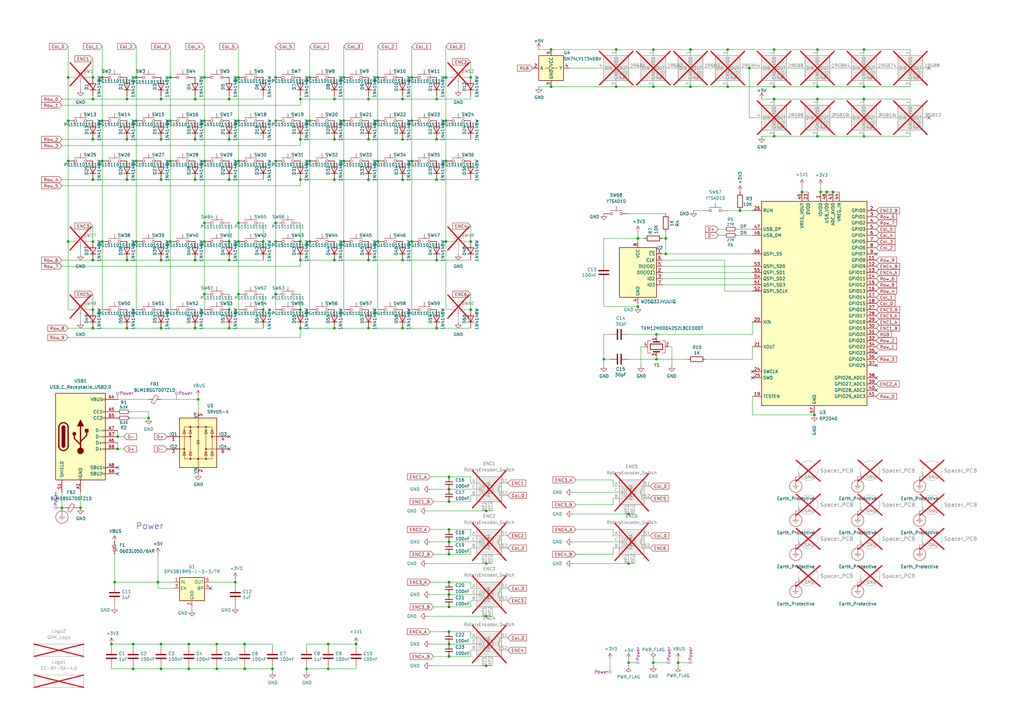
<source format=kicad_sch>
(kicad_sch (version 20231120) (generator "eeschema") (generator_version "8.0")
  (paper "A3")
  (title_block (title "Skinny Chameleon") (date "2024-05-27") (rev "v1.00") (company "Tweety's Wild Thinking") (comment 1 "Markus Knutsson <markus.knutsson@tweety.se>") (comment 2 "https://github.com/TweetyDaBird") (comment 3 "Licensed under Creative Commons BY-SA 4.0 International "))
  (junction (at 140.97 66.04))
  (junction (at 52.07 57.15))
  (junction (at 123.19 99.06))
  (junction (at 41.91 66.04))
  (junction (at 96.52 238.76))
  (junction (at 80.01 57.15))
  (junction (at 123.19 57.15))
  (junction (at 83.82 91.44))
  (junction (at 123.19 127))
  (junction (at 257.81 231.14))
  (junction (at 140.97 49.53))
  (junction (at 273.05 104.14))
  (junction (at 137.16 134.62))
  (junction (at 52.07 134.62))
  (junction (at 100.33 264.16))
  (junction (at 97.79 120.65))
  (junction (at 168.91 99.06))
  (junction (at 45.72 264.16))
  (junction (at 80.01 73.66))
  (junction (at 165.1 73.66))
  (junction (at 41.91 49.53))
  (junction (at 193.04 127))
  (junction (at 55.88 49.53))
  (junction (at 93.98 106.68))
  (junction (at 25.4 208.28))
  (junction (at 38.1 57.15))
  (junction (at 107.95 127))
  (junction (at 283.21 20.32))
  (junction (at 88.9 274.32))
  (junction (at 267.97 20.32))
  (junction (at 66.04 264.16))
  (junction (at 184.15 238.76))
  (junction (at 154.94 49.53))
  (junction (at 93.98 40.64))
  (junction (at 137.16 73.66))
  (junction (at 113.03 120.65))
  (junction (at 27.94 49.53))
  (junction (at 341.63 78.74))
  (junction (at 66.04 134.62))
  (junction (at 93.98 134.62))
  (junction (at 269.24 147.32))
  (junction (at 52.07 73.66))
  (junction (at 38.1 106.68))
  (junction (at 182.88 31.75))
  (junction (at 83.82 49.53))
  (junction (at 46.99 238.76))
  (junction (at 66.04 73.66))
  (junction (at 179.07 106.68))
  (junction (at 307.34 27.94))
  (junction (at 252.73 20.32))
  (junction (at 127 99.06))
  (junction (at 168.91 66.04))
  (junction (at 38.1 73.66))
  (junction (at 113.03 31.75))
  (junction (at 54.61 274.32))
  (junction (at 354.33 20.32))
  (junction (at 83.82 99.06))
  (junction (at 184.15 195.58))
  (junction (at 182.88 66.04))
  (junction (at 38.1 134.62))
  (junction (at 335.28 35.56))
  (junction (at 199.39 209.55))
  (junction (at 83.82 120.65))
  (junction (at 93.98 99.06))
  (junction (at 48.26 184.15))
  (junction (at 184.15 205.74))
  (junction (at 80.01 106.68))
  (junction (at 140.97 99.06))
  (junction (at 127 49.53))
  (junction (at 247.65 147.32))
  (junction (at 303.53 86.36))
  (junction (at 134.62 264.16))
  (junction (at 69.85 99.06))
  (junction (at 283.21 35.56))
  (junction (at 88.9 264.16))
  (junction (at 123.19 40.64))
  (junction (at 123.19 134.62))
  (junction (at 93.98 127))
  (junction (at 168.91 31.75))
  (junction (at 54.61 264.16))
  (junction (at 38.1 31.75))
  (junction (at 193.04 99.06))
  (junction (at 113.03 99.06))
  (junction (at 97.79 49.53))
  (junction (at 179.07 40.64))
  (junction (at 354.33 55.88))
  (junction (at 179.07 73.66))
  (junction (at 97.79 66.04))
  (junction (at 184.15 222.25))
  (junction (at 336.55 78.74))
  (junction (at 273.05 97.79))
  (junction (at 184.15 248.92))
  (junction (at 146.05 264.16))
  (junction (at 66.04 106.68))
  (junction (at 179.07 134.62))
  (junction (at 55.88 31.75))
  (junction (at 184.15 227.33))
  (junction (at 184.15 259.08))
  (junction (at 267.97 271.78))
  (junction (at 66.04 57.15))
  (junction (at 267.97 35.56))
  (junction (at 339.09 78.74))
  (junction (at 38.1 127))
  (junction (at 269.24 137.16))
  (junction (at 317.5 55.88))
  (junction (at 184.15 217.17))
  (junction (at 69.85 31.75))
  (junction (at 33.02 208.28))
  (junction (at 317.5 40.64))
  (junction (at 257.81 271.78))
  (junction (at 165.1 40.64))
  (junction (at 41.91 31.75))
  (junction (at 48.26 179.07))
  (junction (at 317.5 35.56))
  (junction (at 334.01 170.18))
  (junction (at 335.28 20.32))
  (junction (at 151.13 106.68))
  (junction (at 328.93 78.74))
  (junction (at 111.76 274.32))
  (junction (at 113.03 66.04))
  (junction (at 123.19 106.68))
  (junction (at 60.96 171.45))
  (junction (at 199.39 273.05))
  (junction (at 252.73 35.56))
  (junction (at 184.15 264.16))
  (junction (at 193.04 31.75))
  (junction (at 151.13 134.62))
  (junction (at 93.98 57.15))
  (junction (at 154.94 66.04))
  (junction (at 226.06 20.32))
  (junction (at 278.13 271.78))
  (junction (at 64.77 238.76))
  (junction (at 137.16 106.68))
  (junction (at 52.07 106.68))
  (junction (at 107.95 99.06))
  (junction (at 354.33 35.56))
  (junction (at 69.85 49.53))
  (junction (at 97.79 91.44))
  (junction (at 113.03 91.44))
  (junction (at 27.94 31.75))
  (junction (at 27.94 99.06))
  (junction (at 83.82 66.04))
  (junction (at 199.39 252.73))
  (junction (at 93.98 73.66))
  (junction (at 38.1 40.64))
  (junction (at 27.94 66.04))
  (junction (at 335.28 40.64))
  (junction (at 226.06 35.56))
  (junction (at 261.62 125.73))
  (junction (at 69.85 66.04))
  (junction (at 354.33 40.64))
  (junction (at 77.47 274.32))
  (junction (at 66.04 40.64))
  (junction (at 97.79 99.06))
  (junction (at 66.04 274.32))
  (junction (at 55.88 66.04))
  (junction (at 154.94 31.75))
  (junction (at 123.19 73.66))
  (junction (at 151.13 73.66))
  (junction (at 140.97 31.75))
  (junction (at 154.94 99.06))
  (junction (at 38.1 99.06))
  (junction (at 113.03 49.53))
  (junction (at 184.15 200.66))
  (junction (at 77.47 264.16))
  (junction (at 97.79 31.75))
  (junction (at 298.45 35.56))
  (junction (at 184.15 243.84))
  (junction (at 184.15 269.24))
  (junction (at 168.91 49.53))
  (junction (at 179.07 57.15))
  (junction (at 127 31.75))
  (junction (at 83.82 31.75))
  (junction (at 81.28 163.83))
  (junction (at 134.62 274.32))
  (junction (at 182.88 99.06))
  (junction (at 80.01 134.62))
  (junction (at 182.88 49.53))
  (junction (at 261.62 97.79))
  (junction (at 151.13 57.15))
  (junction (at 137.16 57.15))
  (junction (at 165.1 134.62))
  (junction (at 335.28 55.88))
  (junction (at 199.39 231.14))
  (junction (at 137.16 40.64))
  (junction (at 151.13 40.64))
  (junction (at 80.01 40.64))
  (junction (at 257.81 210.82))
  (junction (at 52.07 40.64))
  (junction (at 317.5 20.32))
  (junction (at 125.73 274.32))
  (junction (at 298.45 20.32))
  (junction (at 41.91 99.06))
  (junction (at 165.1 106.68))
  (junction (at 55.88 99.06))
  (junction (at 165.1 57.15))
  (junction (at 127 66.04))
  (junction (at 100.33 274.32))
  (no_connect (at 308.61 152.4))
  (no_connect (at 359.41 160.02))
  (no_connect (at 93.98 184.15))
  (no_connect (at 381 48.26))
  (no_connect (at 359.41 149.86))
  (no_connect (at 359.41 144.78))
  (no_connect (at 48.26 194.31))
  (no_connect (at 93.98 179.07))
  (no_connect (at 381 27.94))
  (no_connect (at 359.41 104.14))
  (no_connect (at 359.41 154.94))
  (no_connect (at 308.61 154.94))
  (no_connect (at 48.26 191.77))
  (no_connect (at 86.36 241.3))
  (wire (pts (xy 140.97 19.05) (xy 140.97 31.75)))
  (wire (pts (xy 199.39 273.05) (xy 201.93 273.05)))
  (wire (pts (xy 176.53 264.16) (xy 184.15 264.16)))
  (wire (pts (xy 83.82 19.05) (xy 83.82 31.75)))
  (wire (pts (xy 177.8 248.92) (xy 184.15 248.92)))
  (wire (pts (xy 278.13 273.05) (xy 278.13 271.78)))
  (wire (pts (xy 344.17 78.74) (xy 341.63 78.74)))
  (wire (pts (xy 80.01 106.68) (xy 93.98 106.68)))
  (wire (pts (xy 303.53 86.36) (xy 308.61 86.36)))
  (wire (pts (xy 96.52 237.49) (xy 96.52 238.76)))
  (wire (pts (xy 123.19 39.37) (xy 123.19 40.64)))
  (wire (pts (xy 54.61 273.05) (xy 54.61 274.32)))
  (wire (pts (xy 140.97 99.06) (xy 140.97 127)))
  (wire (pts (xy 247.65 137.16) (xy 247.65 147.32)))
  (wire (pts (xy 302.26 96.52) (xy 308.61 96.52)))
  (wire (pts (xy 25.4 57.15) (xy 38.1 57.15)))
  (wire (pts (xy 123.19 91.44) (xy 123.19 99.06)))
  (wire (pts (xy 55.88 99.06) (xy 55.88 66.04)))
  (wire (pts (xy 93.98 120.65) (xy 93.98 127)))
  (wire (pts (xy 165.1 73.66) (xy 179.07 73.66)))
  (wire (pts (xy 184.15 269.24) (xy 193.04 269.24)))
  (wire (pts (xy 80.01 134.62) (xy 93.98 134.62)))
  (wire (pts (xy 267.97 20.32) (xy 283.21 20.32)))
  (wire (pts (xy 193.04 92.71) (xy 193.04 99.06)))
  (wire (pts (xy 317.5 20.32) (xy 335.28 20.32)))
  (wire (pts (xy 25.4 73.66) (xy 38.1 73.66)))
  (wire (pts (xy 342.9 48.26) (xy 346.71 48.26)))
  (wire (pts (xy 273.05 104.14) (xy 271.78 104.14)))
  (wire (pts (xy 220.98 35.56) (xy 226.06 35.56)))
  (wire (pts (xy 125.73 274.32) (xy 125.73 275.59)))
  (wire (pts (xy 66.04 265.43) (xy 66.04 264.16)))
  (wire (pts (xy 334.01 170.18) (xy 308.61 170.18)))
  (wire (pts (xy 134.62 273.05) (xy 134.62 274.32)))
  (wire (pts (xy 154.94 19.05) (xy 154.94 31.75)))
  (wire (pts (xy 335.28 40.64) (xy 354.33 40.64)))
  (wire (pts (xy 193.04 195.58) (xy 193.04 198.12)))
  (wire (pts (xy 86.36 238.76) (xy 96.52 238.76)))
  (wire (pts (xy 257.81 137.16) (xy 269.24 137.16)))
  (wire (pts (xy 250.19 147.32) (xy 247.65 147.32)))
  (wire (pts (xy 140.97 49.53) (xy 140.97 31.75)))
  (wire (pts (xy 184.15 248.92) (xy 193.04 248.92)))
  (wire (pts (xy 233.68 27.94) (xy 245.11 27.94)))
  (wire (pts (xy 125.73 264.16) (xy 134.62 264.16)))
  (wire (pts (xy 83.82 49.53) (xy 83.82 31.75)))
  (wire (pts (xy 252.73 20.32) (xy 267.97 20.32)))
  (wire (pts (xy 274.32 142.24) (xy 275.59 142.24)))
  (wire (pts (xy 97.79 99.06) (xy 97.79 120.65)))
  (wire (pts (xy 184.15 217.17) (xy 193.04 217.17)))
  (wire (pts (xy 176.53 259.08) (xy 184.15 259.08)))
  (wire (pts (xy 325.12 48.26) (xy 327.66 48.26)))
  (wire (pts (xy 54.61 264.16) (xy 66.04 264.16)))
  (wire (pts (xy 38.1 24.13) (xy 38.1 31.75)))
  (wire (pts (xy 307.34 48.26) (xy 309.88 48.26)))
  (wire (pts (xy 278.13 271.78) (xy 278.13 270.51)))
  (wire (pts (xy 179.07 39.37) (xy 179.07 40.64)))
  (wire (pts (xy 298.45 20.32) (xy 317.5 20.32)))
  (wire (pts (xy 325.12 27.94) (xy 327.66 27.94)))
  (wire (pts (xy 273.05 95.25) (xy 273.05 97.79)))
  (wire (pts (xy 123.19 134.62) (xy 137.16 134.62)))
  (wire (pts (xy 88.9 274.32) (xy 77.47 274.32)))
  (wire (pts (xy 354.33 55.88) (xy 373.38 55.88)))
  (wire (pts (xy 168.91 19.05) (xy 168.91 31.75)))
  (wire (pts (xy 151.13 73.66) (xy 165.1 73.66)))
  (wire (pts (xy 25.4 208.28) (xy 25.4 201.93)))
  (wire (pts (xy 294.64 96.52) (xy 297.18 96.52)))
  (wire (pts (xy 66.04 163.83) (xy 81.28 163.83)))
  (wire (pts (xy 288.29 86.36) (xy 284.48 86.36)))
  (wire (pts (xy 307.34 48.26) (xy 307.34 27.94)))
  (wire (pts (xy 97.79 19.05) (xy 97.79 31.75)))
  (wire (pts (xy 176.53 273.05) (xy 199.39 273.05)))
  (wire (pts (xy 341.63 78.74) (xy 339.09 78.74)))
  (wire (pts (xy 154.94 66.04) (xy 154.94 49.53)))
  (wire (pts (xy 182.88 99.06) (xy 182.88 127)))
  (wire (pts (xy 234.95 231.14) (xy 257.81 231.14)))
  (wire (pts (xy 298.45 35.56) (xy 317.5 35.56)))
  (wire (pts (xy 69.85 66.04) (xy 69.85 49.53)))
  (wire (pts (xy 271.78 111.76) (xy 308.61 111.76)))
  (wire (pts (xy 177.8 269.24) (xy 184.15 269.24)))
  (wire (pts (xy 151.13 134.62) (xy 165.1 134.62)))
  (wire (pts (xy 52.07 57.15) (xy 66.04 57.15)))
  (wire (pts (xy 307.34 27.94) (xy 309.88 27.94)))
  (wire (pts (xy 45.72 274.32) (xy 54.61 274.32)))
  (wire (pts (xy 257.81 210.82) (xy 260.35 210.82)))
  (wire (pts (xy 100.33 264.16) (xy 111.76 264.16)))
  (wire (pts (xy 289.56 147.32) (xy 308.61 147.32)))
  (wire (pts (xy 93.98 57.15) (xy 107.95 57.15)))
  (wire (pts (xy 55.88 19.05) (xy 55.88 31.75)))
  (wire (pts (xy 339.09 78.74) (xy 336.55 78.74)))
  (wire (pts (xy 234.95 201.93) (xy 251.46 201.93)))
  (wire (pts (xy 361.95 48.26) (xy 365.76 48.26)))
  (wire (pts (xy 123.19 59.69) (xy 123.19 57.15)))
  (wire (pts (xy 236.22 196.85) (xy 251.46 196.85)))
  (wire (pts (xy 97.79 120.65) (xy 97.79 127)))
  (wire (pts (xy 93.98 73.66) (xy 107.95 73.66)))
  (wire (pts (xy 257.81 87.63) (xy 273.05 87.63)))
  (wire (pts (xy 71.12 241.3) (xy 64.77 241.3)))
  (wire (pts (xy 193.04 205.74) (xy 193.04 203.2)))
  (wire (pts (xy 184.15 243.84) (xy 193.04 243.84)))
  (wire (pts (xy 176.53 222.25) (xy 184.15 222.25)))
  (wire (pts (xy 123.19 76.2) (xy 123.19 73.66)))
  (wire (pts (xy 182.88 66.04) (xy 182.88 49.53)))
  (wire (pts (xy 317.5 40.64) (xy 335.28 40.64)))
  (wire (pts (xy 52.07 134.62) (xy 66.04 134.62)))
  (wire (pts (xy 25.4 76.2) (xy 123.19 76.2)))
  (wire (pts (xy 168.91 99.06) (xy 168.91 127)))
  (wire (pts (xy 261.62 124.46) (xy 261.62 125.73)))
  (wire (pts (xy 273.05 104.14) (xy 308.61 104.14)))
  (wire (pts (xy 176.53 243.84) (xy 184.15 243.84)))
  (wire (pts (xy 257.81 270.51) (xy 257.81 271.78)))
  (wire (pts (xy 107.95 39.37) (xy 107.95 40.64)))
  (wire (pts (xy 54.61 265.43) (xy 54.61 264.16)))
  (wire (pts (xy 113.03 91.44) (xy 113.03 66.04)))
  (wire (pts (xy 267.97 271.78) (xy 271.78 271.78)))
  (wire (pts (xy 302.26 93.98) (xy 308.61 93.98)))
  (wire (pts (xy 176.53 200.66) (xy 184.15 200.66)))
  (wire (pts (xy 113.03 99.06) (xy 113.03 120.65)))
  (wire (pts (xy 66.04 273.05) (xy 66.04 274.32)))
  (wire (pts (xy 234.95 210.82) (xy 257.81 210.82)))
  (wire (pts (xy 88.9 264.16) (xy 100.33 264.16)))
  (wire (pts (xy 184.15 195.58) (xy 193.04 195.58)))
  (wire (pts (xy 80.01 40.64) (xy 93.98 40.64)))
  (wire (pts (xy 123.19 73.66) (xy 137.16 73.66)))
  (wire (pts (xy 151.13 57.15) (xy 165.1 57.15)))
  (wire (pts (xy 77.47 265.43) (xy 77.47 264.16)))
  (wire (pts (xy 64.77 227.33) (xy 64.77 238.76)))
  (wire (pts (xy 342.9 27.94) (xy 346.71 27.94)))
  (wire (pts (xy 52.07 106.68) (xy 66.04 106.68)))
  (wire (pts (xy 251.46 217.17) (xy 251.46 219.71)))
  (wire (pts (xy 66.04 106.68) (xy 80.01 106.68)))
  (wire (pts (xy 151.13 106.68) (xy 165.1 106.68)))
  (wire (pts (xy 123.19 109.22) (xy 123.19 106.68)))
  (wire (pts (xy 80.01 73.66) (xy 93.98 73.66)))
  (wire (pts (xy 46.99 227.33) (xy 46.99 238.76)))
  (wire (pts (xy 53.34 171.45) (xy 60.96 171.45)))
  (wire (pts (xy 154.94 99.06) (xy 154.94 66.04)))
  (wire (pts (xy 52.07 40.64) (xy 38.1 40.64)))
  (wire (pts (xy 27.94 49.53) (xy 27.94 66.04)))
  (wire (pts (xy 38.1 92.71) (xy 38.1 99.06)))
  (wire (pts (xy 31.75 208.28) (xy 33.02 208.28)))
  (wire (pts (xy 123.19 57.15) (xy 137.16 57.15)))
  (wire (pts (xy 283.21 20.32) (xy 298.45 20.32)))
  (wire (pts (xy 125.73 274.32) (xy 134.62 274.32)))
  (wire (pts (xy 146.05 264.16) (xy 146.05 265.43)))
  (wire (pts (xy 60.96 163.83) (xy 48.26 163.83)))
  (wire (pts (xy 193.04 39.37) (xy 193.04 40.64)))
  (wire (pts (xy 261.62 95.25) (xy 261.62 97.79)))
  (wire (pts (xy 361.95 27.94) (xy 365.76 27.94)))
  (wire (pts (xy 113.03 66.04) (xy 113.03 49.53)))
  (wire (pts (xy 125.73 273.05) (xy 125.73 274.32)))
  (wire (pts (xy 77.47 274.32) (xy 66.04 274.32)))
  (wire (pts (xy 55.88 99.06) (xy 55.88 127)))
  (wire (pts (xy 273.05 97.79) (xy 273.05 104.14)))
  (wire (pts (xy 252.73 35.56) (xy 267.97 35.56)))
  (wire (pts (xy 262.89 142.24) (xy 262.89 149.86)))
  (wire (pts (xy 134.62 274.32) (xy 146.05 274.32)))
  (wire (pts (xy 177.8 227.33) (xy 184.15 227.33)))
  (wire (pts (xy 335.28 35.56) (xy 354.33 35.56)))
  (wire (pts (xy 175.26 252.73) (xy 199.39 252.73)))
  (wire (pts (xy 41.91 99.06) (xy 41.91 66.04)))
  (wire (pts (xy 297.18 106.68) (xy 297.18 119.38)))
  (wire (pts (xy 226.06 20.32) (xy 252.73 20.32)))
  (wire (pts (xy 184.15 205.74) (xy 193.04 205.74)))
  (wire (pts (xy 184.15 238.76) (xy 193.04 238.76)))
  (wire (pts (xy 137.16 39.37) (xy 137.16 40.64)))
  (wire (pts (xy 308.61 147.32) (xy 308.61 142.24)))
  (wire (pts (xy 41.91 49.53) (xy 41.91 31.75)))
  (wire (pts (xy 66.04 134.62) (xy 80.01 134.62)))
  (wire (pts (xy 354.33 20.32) (xy 373.38 20.32)))
  (wire (pts (xy 25.4 109.22) (xy 123.19 109.22)))
  (wire (pts (xy 97.79 49.53) (xy 97.79 31.75)))
  (wire (pts (xy 247.65 107.95) (xy 247.65 97.79)))
  (wire (pts (xy 45.72 273.05) (xy 45.72 274.32)))
  (wire (pts (xy 25.4 40.64) (xy 38.1 40.64)))
  (wire (pts (xy 226.06 35.56) (xy 252.73 35.56)))
  (wire (pts (xy 93.98 40.64) (xy 107.95 40.64)))
  (wire (pts (xy 41.91 19.05) (xy 41.91 31.75)))
  (wire (pts (xy 66.04 40.64) (xy 52.07 40.64)))
  (wire (pts (xy 267.97 35.56) (xy 283.21 35.56)))
  (wire (pts (xy 45.72 264.16) (xy 45.72 265.43)))
  (wire (pts (xy 80.01 57.15) (xy 93.98 57.15)))
  (wire (pts (xy 179.07 40.64) (xy 193.04 40.64)))
  (wire (pts (xy 69.85 19.05) (xy 69.85 31.75)))
  (wire (pts (xy 335.28 55.88) (xy 354.33 55.88)))
  (wire (pts (xy 165.1 40.64) (xy 179.07 40.64)))
  (wire (pts (xy 251.46 227.33) (xy 251.46 224.79)))
  (wire (pts (xy 100.33 274.32) (xy 88.9 274.32)))
  (wire (pts (xy 236.22 227.33) (xy 251.46 227.33)))
  (wire (pts (xy 312.42 40.64) (xy 317.5 40.64)))
  (wire (pts (xy 83.82 127) (xy 83.82 120.65)))
  (wire (pts (xy 234.95 222.25) (xy 251.46 222.25)))
  (wire (pts (xy 46.99 247.65) (xy 46.99 248.92)))
  (wire (pts (xy 93.98 106.68) (xy 107.95 106.68)))
  (wire (pts (xy 354.33 35.56) (xy 373.38 35.56)))
  (wire (pts (xy 25.4 59.69) (xy 123.19 59.69)))
  (wire (pts (xy 257.81 271.78) (xy 257.81 273.05)))
  (wire (pts (xy 123.19 106.68) (xy 137.16 106.68)))
  (wire (pts (xy 134.62 264.16) (xy 146.05 264.16)))
  (wire (pts (xy 165.1 134.62) (xy 179.07 134.62)))
  (wire (pts (xy 27.94 99.06) (xy 27.94 127)))
  (wire (pts (xy 69.85 49.53) (xy 69.85 31.75)))
  (wire (pts (xy 97.79 99.06) (xy 97.79 91.44)))
  (wire (pts (xy 38.1 120.65) (xy 38.1 127)))
  (wire (pts (xy 184.15 259.08) (xy 193.04 259.08)))
  (wire (pts (xy 64.77 241.3) (xy 64.77 238.76)))
  (wire (pts (xy 179.07 106.68) (xy 193.04 106.68)))
  (wire (pts (xy 165.1 106.68) (xy 179.07 106.68)))
  (wire (pts (xy 27.94 19.05) (xy 27.94 31.75)))
  (wire (pts (xy 69.85 99.06) (xy 69.85 127)))
  (wire (pts (xy 271.78 109.22) (xy 308.61 109.22)))
  (wire (pts (xy 64.77 238.76) (xy 71.12 238.76)))
  (wire (pts (xy 25.4 106.68) (xy 38.1 106.68)))
  (wire (pts (xy 127 49.53) (xy 127 31.75)))
  (wire (pts (xy 38.1 134.62) (xy 52.07 134.62)))
  (wire (pts (xy 336.55 76.2) (xy 336.55 78.74)))
  (wire (pts (xy 25.4 208.28) (xy 26.67 208.28)))
  (wire (pts (xy 236.22 207.01) (xy 251.46 207.01)))
  (wire (pts (xy 251.46 196.85) (xy 251.46 199.39)))
  (wire (pts (xy 247.65 125.73) (xy 261.62 125.73)))
  (wire (pts (xy 294.64 93.98) (xy 297.18 93.98)))
  (wire (pts (xy 317.5 55.88) (xy 335.28 55.88)))
  (wire (pts (xy 137.16 106.68) (xy 151.13 106.68)))
  (wire (pts (xy 83.82 91.44) (xy 83.82 66.04)))
  (wire (pts (xy 77.47 273.05) (xy 77.47 274.32)))
  (wire (pts (xy 83.82 99.06) (xy 83.82 91.44)))
  (wire (pts (xy 27.94 66.04) (xy 27.94 99.06)))
  (wire (pts (xy 257.81 271.78) (xy 259.08 271.78)))
  (wire (pts (xy 328.93 76.2) (xy 328.93 78.74)))
  (wire (pts (xy 25.4 43.18) (xy 123.19 43.18)))
  (wire (pts (xy 48.26 179.07) (xy 50.8 179.07)))
  (wire (pts (xy 38.1 73.66) (xy 52.07 73.66)))
  (wire (pts (xy 81.28 168.91) (xy 81.28 163.83)))
  (wire (pts (xy 48.26 181.61) (xy 48.26 184.15)))
  (wire (pts (xy 81.28 162.56) (xy 81.28 163.83)))
  (wire (pts (xy 328.93 78.74) (xy 331.47 78.74)))
  (wire (pts (xy 269.24 146.05) (xy 269.24 147.32)))
  (wire (pts (xy 93.98 134.62) (xy 107.95 134.62)))
  (wire (pts (xy 177.8 205.74) (xy 184.15 205.74)))
  (wire (pts (xy 182.88 19.05) (xy 182.88 31.75)))
  (wire (pts (xy 123.19 43.18) (xy 123.19 40.64)))
  (wire (pts (xy 80.01 39.37) (xy 80.01 40.64)))
  (wire (pts (xy 278.13 271.78) (xy 280.67 271.78)))
  (wire (pts (xy 312.42 55.88) (xy 317.5 55.88)))
  (wire (pts (xy 179.07 73.66) (xy 193.04 73.66)))
  (wire (pts (xy 168.91 66.04) (xy 168.91 49.53)))
  (wire (pts (xy 53.34 168.91) (xy 60.96 168.91)))
  (wire (pts (xy 146.05 274.32) (xy 146.05 273.05)))
  (wire (pts (xy 48.26 176.53) (xy 48.26 179.07)))
  (wire (pts (xy 77.47 264.16) (xy 88.9 264.16)))
  (wire (pts (xy 247.65 147.32) (xy 247.65 149.86)))
  (wire (pts (xy 93.98 91.44) (xy 93.98 99.06)))
  (wire (pts (xy 261.62 97.79) (xy 261.62 99.06)))
  (wire (pts (xy 107.95 91.44) (xy 107.95 99.06)))
  (wire (pts (xy 52.07 73.66) (xy 66.04 73.66)))
  (wire (pts (xy 137.16 57.15) (xy 151.13 57.15)))
  (wire (pts (xy 38.1 57.15) (xy 52.07 57.15)))
  (wire (pts (xy 83.82 99.06) (xy 83.82 120.65)))
  (wire (pts (xy 83.82 66.04) (xy 83.82 49.53)))
  (wire (pts (xy 151.13 39.37) (xy 151.13 40.64)))
  (wire (pts (xy 69.85 99.06) (xy 69.85 66.04)))
  (wire (pts (xy 247.65 97.79) (xy 261.62 97.79)))
  (wire (pts (xy 193.04 120.65) (xy 193.04 127)))
  (wire (pts (xy 267.97 271.78) (xy 267.97 273.05)))
  (wire (pts (xy 257.81 147.32) (xy 269.24 147.32)))
  (wire (pts (xy 41.91 66.04) (xy 41.91 49.53)))
  (wire (pts (xy 182.88 99.06) (xy 182.88 66.04)))
  (wire (pts (xy 41.91 99.06) (xy 41.91 127)))
  (wire (pts (xy 55.88 49.53) (xy 55.88 31.75)))
  (wire (pts (xy 151.13 40.64) (xy 165.1 40.64)))
  (wire (pts (xy 48.26 184.15) (xy 50.8 184.15)))
  (wire (pts (xy 111.76 265.43) (xy 111.76 264.16)))
  (wire (pts (xy 306.07 27.94) (xy 307.34 27.94)))
  (wire (pts (xy 140.97 99.06) (xy 140.97 66.04)))
  (wire (pts (xy 193.04 248.92) (xy 193.04 246.38)))
  (wire (pts (xy 220.98 20.32) (xy 226.06 20.32)))
  (wire (pts (xy 179.07 57.15) (xy 193.04 57.15)))
  (wire (pts (xy 176.53 217.17) (xy 184.15 217.17)))
  (wire (pts (xy 193.04 25.4) (xy 193.04 31.75)))
  (wire (pts (xy 111.76 273.05) (xy 111.76 274.32)))
  (wire (pts (xy 271.78 116.84) (xy 308.61 116.84)))
  (wire (pts (xy 354.33 40.64) (xy 373.38 40.64)))
  (wire (pts (xy 88.9 273.05) (xy 88.9 274.32)))
  (wire (pts (xy 137.16 73.66) (xy 151.13 73.66)))
  (wire (pts (xy 317.5 35.56) (xy 335.28 35.56)))
  (wire (pts (xy 125.73 265.43) (xy 125.73 264.16)))
  (wire (pts (xy 165.1 57.15) (xy 179.07 57.15)))
  (wire (pts (xy 137.16 134.62) (xy 151.13 134.62)))
  (wire (pts (xy 182.88 49.53) (xy 182.88 31.75)))
  (wire (pts (xy 33.02 208.28) (xy 33.02 201.93)))
  (wire (pts (xy 247.65 125.73) (xy 247.65 115.57)))
  (wire (pts (xy 251.46 207.01) (xy 251.46 204.47)))
  (wire (pts (xy 66.04 274.32) (xy 54.61 274.32)))
  (wire (pts (xy 88.9 265.43) (xy 88.9 264.16)))
  (wire (pts (xy 257.81 231.14) (xy 260.35 231.14)))
  (wire (pts (xy 168.91 49.53) (xy 168.91 31.75)))
  (wire (pts (xy 271.78 114.3) (xy 308.61 114.3)))
  (wire (pts (xy 308.61 137.16) (xy 308.61 132.08)))
  (wire (pts (xy 100.33 274.32) (xy 111.76 274.32)))
  (wire (pts (xy 298.45 86.36) (xy 303.53 86.36)))
  (wire (pts (xy 275.59 142.24) (xy 275.59 149.86)))
  (wire (pts (xy 60.96 168.91) (xy 60.96 171.45)))
  (wire (pts (xy 66.04 73.66) (xy 80.01 73.66)))
  (wire (pts (xy 175.26 209.55) (xy 199.39 209.55)))
  (wire (pts (xy 137.16 40.64) (xy 151.13 40.64)))
  (wire (pts (xy 45.72 264.16) (xy 54.61 264.16)))
  (wire (pts (xy 308.61 170.18) (xy 308.61 162.56)))
  (wire (pts (xy 93.98 39.37) (xy 93.98 40.64)))
  (wire (pts (xy 175.26 231.14) (xy 199.39 231.14)))
  (wire (pts (xy 184.15 264.16) (xy 193.04 264.16)))
  (wire (pts (xy 267.97 270.51) (xy 267.97 271.78)))
  (wire (pts (xy 96.52 238.76) (xy 96.52 240.03)))
  (wire (pts (xy 66.04 57.15) (xy 80.01 57.15)))
  (wire (pts (xy 127 19.05) (xy 127 31.75)))
  (wire (pts (xy 297.18 119.38) (xy 308.61 119.38)))
  (wire (pts (xy 78.74 248.92) (xy 78.74 250.19)))
  (wire (pts (xy 27.94 134.62) (xy 38.1 134.62)))
  (wire (pts (xy 271.78 106.68) (xy 297.18 106.68)))
  (wire (pts (xy 193.04 238.76) (xy 193.04 241.3)))
  (wire (pts (xy 66.04 39.37) (xy 66.04 40.64)))
  (wire (pts (xy 127 66.04) (xy 127 49.53)))
  (wire (pts (xy 66.04 264.16) (xy 77.47 264.16)))
  (wire (pts (xy 66.04 40.64) (xy 80.01 40.64)))
  (wire (pts (xy 97.79 91.44) (xy 97.79 66.04)))
  (wire (pts (xy 154.94 99.06) (xy 154.94 127)))
  (wire (pts (xy 46.99 238.76) (xy 64.77 238.76)))
  (wire (pts (xy 96.52 247.65) (xy 96.52 248.92)))
  (wire (pts (xy 193.04 269.24) (xy 193.04 266.7)))
  (wire (pts (xy 184.15 227.33) (xy 193.04 227.33)))
  (wire (pts (xy 264.16 142.24) (xy 262.89 142.24)))
  (wire (pts (xy 335.28 20.32) (xy 354.33 20.32)))
  (wire (pts (xy 269.24 137.16) (xy 308.61 137.16)))
  (wire (pts (xy 134.62 265.43) (xy 134.62 264.16)))
  (wire (pts (xy 264.16 97.79) (xy 261.62 97.79)))
  (wire (pts (xy 123.19 120.65) (xy 123.19 127)))
  (wire (pts (xy 111.76 274.32) (xy 111.76 275.59)))
  (wire (pts (xy 184.15 200.66) (xy 193.04 200.66)))
  (wire (pts (xy 199.39 252.73) (xy 201.93 252.73)))
  (wire (pts (xy 100.33 273.05) (xy 100.33 274.32)))
  (wire (pts (xy 283.21 35.56) (xy 298.45 35.56)))
  (wire (pts (xy 236.22 217.17) (xy 251.46 217.17)))
  (wire (pts (xy 269.24 147.32) (xy 281.94 147.32)))
  (wire (pts (xy 55.88 66.04) (xy 55.88 49.53)))
  (wire (pts (xy 269.24 138.43) (xy 269.24 137.16)))
  (wire (pts (xy 250.19 137.16) (xy 247.65 137.16)))
  (wire (pts (xy 38.1 106.68) (xy 52.07 106.68)))
  (wire (pts (xy 113.03 49.53) (xy 113.03 31.75)))
  (wire (pts (xy 154.94 49.53) (xy 154.94 31.75)))
  (wire (pts (xy 168.91 99.06) (xy 168.91 66.04)))
  (wire (pts (xy 127 99.06) (xy 127 66.04)))
  (wire (pts (xy 184.15 222.25) (xy 193.04 222.25)))
  (wire (pts (xy 27.94 31.75) (xy 27.94 49.53)))
  (wire (pts (xy 199.39 209.55) (xy 201.93 209.55)))
  (wire (pts (xy 179.07 134.62) (xy 193.04 134.62)))
  (wire (pts (xy 140.97 66.04) (xy 140.97 49.53)))
  (wire (pts (xy 46.99 240.03) (xy 46.99 238.76)))
  (wire (pts (xy 113.03 99.06) (xy 113.03 91.44)))
  (wire (pts (xy 193.04 217.17) (xy 193.04 219.71)))
  (wire (pts (xy 193.04 227.33) (xy 193.04 224.79)))
  (wire (pts (xy 38.1 39.37) (xy 38.1 40.64)))
  (wire (pts (xy 123.19 40.64) (xy 137.16 40.64)))
  (wire (pts (xy 27.94 138.43) (xy 123.19 138.43)))
  (wire (pts (xy 52.07 39.37) (xy 52.07 40.64)))
  (wire (pts (xy 250.19 270.51) (xy 250.19 273.05)))
  (wire (pts (xy 107.95 120.65) (xy 107.95 127)))
  (wire (pts (xy 100.33 265.43) (xy 100.33 264.16)))
  (wire (pts (xy 176.53 238.76) (xy 184.15 238.76)))
  (wire (pts (xy 97.79 66.04) (xy 97.79 49.53)))
  (wire (pts (xy 193.04 259.08) (xy 193.04 261.62)))
  (wire (pts (xy 113.03 127) (xy 113.03 120.65)))
  (wire (pts (xy 165.1 39.37) (xy 165.1 40.64)))
  (wire (pts (xy 176.53 195.58) (xy 184.15 195.58)))
  (wire (pts (xy 123.19 138.43) (xy 123.19 134.62)))
  (wire (pts (xy 273.05 97.79) (xy 271.78 97.79)))
  (wire (pts (xy 199.39 231.14) (xy 201.93 231.14)))
  (wire (pts (xy 127 99.06) (xy 127 127)))
  (wire (pts (xy 113.03 19.05) (xy 113.03 31.75)))
  (text "Power" (at 55.6814 217.4738 0) (effects (font (size 2.54 2.54)) (justify left bottom)))
  (label "DP" (at 303.53 93.98 0))
  (label "DN" (at 303.53 96.52 0))
  (global_label "Col_3" (shape input) (at 140.97 19.05 0) (property "Intersheetrefs" "${INTERSHEET_REFS}" (effects (hide yes))))
  (global_label "ENC3_A" (shape input) (at 176.53 238.76 180) (property "Intersheetrefs" "${INTERSHEET_REFS}" (effects (hide yes))))
  (global_label "ENC4_B" (shape input) (at 236.22 227.33 180) (property "Intersheetrefs" "${INTERSHEET_REFS}" (effects (hide yes))))
  (global_label "Row_0" (shape input) (at 25.4 40.64 180) (property "Intersheetrefs" "${INTERSHEET_REFS}" (effects (hide yes))))
  (global_label "Col_2" (shape input) (at 55.88 19.05 180) (property "Intersheetrefs" "${INTERSHEET_REFS}" (effects (hide yes))))
  (global_label "ENC4_B" (shape input) (at 359.41 109.22 0) (property "Intersheetrefs" "${INTERSHEET_REFS}" (effects (hide yes))))
  (global_label "Row_0" (shape input) (at 359.41 162.56 0) (property "Intersheetrefs" "${INTERSHEET_REFS}" (effects (hide yes))))
  (global_label "ENC4" (shape input) (at 193.04 92.71 180) (property "Intersheetrefs" "${INTERSHEET_REFS}" (effects (hide yes))))
  (global_label "Col_0" (shape input) (at 27.94 19.05 180) (property "Intersheetrefs" "${INTERSHEET_REFS}" (effects (hide yes))))
  (global_label "ENC3_B" (shape input) (at 236.22 207.01 180) (property "Intersheetrefs" "${INTERSHEET_REFS}" (effects (hide yes))))
  (global_label "ENC3_B" (shape input) (at 359.41 127 0) (property "Intersheetrefs" "${INTERSHEET_REFS}" (effects (hide yes))))
  (global_label "Col_2" (shape input) (at 154.94 19.05 0) (property "Intersheetrefs" "${INTERSHEET_REFS}" (effects (hide yes))))
  (global_label "Col_0" (shape input) (at 182.88 19.05 0) (property "Intersheetrefs" "${INTERSHEET_REFS}" (effects (hide yes))))
  (global_label "D+" (shape input) (at 294.64 93.98 180) (property "Intersheetrefs" "${INTERSHEET_REFS}" (effects (hide yes))))
  (global_label "Row_8" (shape input) (at 27.94 134.62 180) (property "Intersheetrefs" "${INTERSHEET_REFS}" (effects (hide yes))))
  (global_label "Col_0" (shape input) (at 208.28 241.3 0) (property "Intersheetrefs" "${INTERSHEET_REFS}" (effects (hide yes))))
  (global_label "D-" (shape input) (at 50.8 179.07 0) (property "Intersheetrefs" "${INTERSHEET_REFS}" (effects (hide yes))))
  (global_label "Row_4" (shape input) (at 25.4 73.66 180) (property "Intersheetrefs" "${INTERSHEET_REFS}" (effects (hide yes))))
  (global_label "Row_9" (shape input) (at 27.94 138.43 180) (property "Intersheetrefs" "${INTERSHEET_REFS}" (effects (hide yes))))
  (global_label "Col_5" (shape input) (at 113.03 19.05 0) (property "Intersheetrefs" "${INTERSHEET_REFS}" (effects (hide yes))))
  (global_label "ENC2_A" (shape input) (at 359.41 157.48 0) (property "Intersheetrefs" "${INTERSHEET_REFS}" (effects (hide yes))))
  (global_label "Row_1" (shape input) (at 359.41 142.24 0) (property "Intersheetrefs" "${INTERSHEET_REFS}" (effects (hide yes))))
  (global_label "ENC3_B" (shape input) (at 177.8 248.92 180) (property "Intersheetrefs" "${INTERSHEET_REFS}" (effects (hide yes))))
  (global_label "ENC1_B" (shape input) (at 359.41 134.62 0) (property "Intersheetrefs" "${INTERSHEET_REFS}" (effects (hide yes))))
  (global_label "ENC5" (shape input) (at 38.1 120.65 180) (property "Intersheetrefs" "${INTERSHEET_REFS}" (effects (hide yes))))
  (global_label "ENC3" (shape input) (at 38.1 92.71 180) (property "Intersheetrefs" "${INTERSHEET_REFS}" (effects (hide yes))))
  (global_label "ENC1_A" (shape input) (at 359.41 132.08 0) (property "Intersheetrefs" "${INTERSHEET_REFS}" (effects (hide yes))))
  (global_label "D+" (shape input) (at 68.58 179.07 180) (property "Intersheetrefs" "${INTERSHEET_REFS}" (effects (hide yes))))
  (global_label "Row_6" (shape input) (at 25.4 106.68 180) (property "Intersheetrefs" "${INTERSHEET_REFS}" (effects (hide yes))))
  (global_label "RGB" (shape input) (at 218.44 27.94 180) (property "Intersheetrefs" "${INTERSHEET_REFS}" (effects (hide yes))))
  (global_label "Row_7" (shape input) (at 25.4 109.22 180) (property "Intersheetrefs" "${INTERSHEET_REFS}" (effects (hide yes))))
  (global_label "ENC2" (shape input) (at 208.28 219.71 0) (property "Intersheetrefs" "${INTERSHEET_REFS}" (effects (hide yes))))
  (global_label "Col_0" (shape input) (at 208.28 261.62 0) (property "Intersheetrefs" "${INTERSHEET_REFS}" (effects (hide yes))))
  (global_label "ENC1" (shape input) (at 208.28 198.12 0) (property "Intersheetrefs" "${INTERSHEET_REFS}" (effects (hide yes))))
  (global_label "D+" (shape input) (at 50.8 184.15 0) (property "Intersheetrefs" "${INTERSHEET_REFS}" (effects (hide yes))))
  (global_label "Col_4" (shape input) (at 83.82 19.05 180) (property "Intersheetrefs" "${INTERSHEET_REFS}" (effects (hide yes))))
  (global_label "D-" (shape input) (at 294.64 96.52 180) (property "Intersheetrefs" "${INTERSHEET_REFS}" (effects (hide yes))))
  (global_label "Col_3" (shape input) (at 69.85 19.05 180) (property "Intersheetrefs" "${INTERSHEET_REFS}" (effects (hide yes))))
  (global_label "Row_2" (shape input) (at 25.4 57.15 180) (property "Intersheetrefs" "${INTERSHEET_REFS}" (effects (hide yes))))
  (global_label "ENC4_B" (shape input) (at 177.8 269.24 180) (property "Intersheetrefs" "${INTERSHEET_REFS}" (effects (hide yes))))
  (global_label "Row_5" (shape input) (at 25.4 76.2 180) (property "Intersheetrefs" "${INTERSHEET_REFS}" (effects (hide yes))))
  (global_label "ENC1" (shape input) (at 38.1 24.13 180) (property "Intersheetrefs" "${INTERSHEET_REFS}" (effects (hide yes))))
  (global_label "D-" (shape input) (at 68.58 184.15 180) (property "Intersheetrefs" "${INTERSHEET_REFS}" (effects (hide yes))))
  (global_label "ENC2_B" (shape input) (at 177.8 227.33 180) (property "Intersheetrefs" "${INTERSHEET_REFS}" (effects (hide yes))))
  (global_label "ENC4_A" (shape input) (at 359.41 111.76 0) (property "Intersheetrefs" "${INTERSHEET_REFS}" (effects (hide yes))))
  (global_label "Row_2" (shape input) (at 359.41 139.7 0) (property "Intersheetrefs" "${INTERSHEET_REFS}" (effects (hide yes))))
  (global_label "Row_8" (shape input) (at 359.41 116.84 0) (property "Intersheetrefs" "${INTERSHEET_REFS}" (effects (hide yes))))
  (global_label "Col_0" (shape input) (at 266.7 199.39 0) (property "Intersheetrefs" "${INTERSHEET_REFS}" (effects (hide yes))))
  (global_label "Row_6" (shape input) (at 359.41 114.3 0) (property "Intersheetrefs" "${INTERSHEET_REFS}" (effects (hide yes))))
  (global_label "Col_4" (shape input) (at 127 19.05 0) (property "Intersheetrefs" "${INTERSHEET_REFS}" (effects (hide yes))))
  (global_label "Row_7" (shape input) (at 359.41 91.44 0) (property "Intersheetrefs" "${INTERSHEET_REFS}" (effects (hide yes))))
  (global_label "Col_0" (shape input) (at 208.28 203.2 0) (property "Intersheetrefs" "${INTERSHEET_REFS}" (effects (hide yes))))
  (global_label "ENC6" (shape input) (at 266.7 224.79 0) (property "Intersheetrefs" "${INTERSHEET_REFS}" (effects (hide yes))))
  (global_label "ENC2_A" (shape input) (at 176.53 217.17 180) (property "Intersheetrefs" "${INTERSHEET_REFS}" (effects (hide yes))))
  (global_label "ENC2" (shape input) (at 193.04 25.4 180) (property "Intersheetrefs" "${INTERSHEET_REFS}" (effects (hide yes))))
  (global_label "ENC3_A" (shape input) (at 359.41 129.54 0) (property "Intersheetrefs" "${INTERSHEET_REFS}" (effects (hide yes))))
  (global_label "Col_0" (shape input) (at 359.41 124.46 0) (property "Intersheetrefs" "${INTERSHEET_REFS}" (effects (hide yes))))
  (global_label "Col_0" (shape input) (at 208.28 224.79 0) (property "Intersheetrefs" "${INTERSHEET_REFS}" (effects (hide yes))))
  (global_label "Col_4" (shape input) (at 359.41 96.52 0) (property "Intersheetrefs" "${INTERSHEET_REFS}" (effects (hide yes))))
  (global_label "Row_3" (shape input) (at 359.41 147.32 0) (property "Intersheetrefs" "${INTERSHEET_REFS}" (effects (hide yes))))
  (global_label "Col_5" (shape input) (at 359.41 93.98 0) (property "Intersheetrefs" "${INTERSHEET_REFS}" (effects (hide yes))))
  (global_label "Row_4" (shape input) (at 359.41 119.38 0) (property "Intersheetrefs" "${INTERSHEET_REFS}" (effects (hide yes))))
  (global_label "ENC2_B" (shape input) (at 359.41 86.36 0) (property "Intersheetrefs" "${INTERSHEET_REFS}" (effects (hide yes))))
  (global_label "ENC3" (shape input) (at 208.28 246.38 0) (property "Intersheetrefs" "${INTERSHEET_REFS}" (effects (hide yes))))
  (global_label "ENC4_A" (shape input) (at 236.22 217.17 180) (property "Intersheetrefs" "${INTERSHEET_REFS}" (effects (hide yes))))
  (global_label "Row_5" (shape input) (at 359.41 88.9 0) (property "Intersheetrefs" "${INTERSHEET_REFS}" (effects (hide yes))))
  (global_label "ENC5" (shape input) (at 266.7 204.47 0) (property "Intersheetrefs" "${INTERSHEET_REFS}" (effects (hide yes))))
  (global_label "ENC1_A" (shape input) (at 176.53 195.58 180) (property "Intersheetrefs" "${INTERSHEET_REFS}" (effects (hide yes))))
  (global_label "Row_9" (shape input) (at 359.41 106.68 0) (property "Intersheetrefs" "${INTERSHEET_REFS}" (effects (hide yes))))
  (global_label "ENC3_A" (shape input) (at 236.22 196.85 180) (property "Intersheetrefs" "${INTERSHEET_REFS}" (effects (hide yes))))
  (global_label "ENC4_A" (shape input) (at 176.53 259.08 180) (property "Intersheetrefs" "${INTERSHEET_REFS}" (effects (hide yes))))
  (global_label "Col_5" (shape input) (at 97.79 19.05 180) (property "Intersheetrefs" "${INTERSHEET_REFS}" (effects (hide yes))))
  (global_label "RGB" (shape input) (at 359.41 137.16 0) (property "Intersheetrefs" "${INTERSHEET_REFS}" (effects (hide yes))))
  (global_label "Col_1" (shape input) (at 41.91 19.05 180) (property "Intersheetrefs" "${INTERSHEET_REFS}" (effects (hide yes))))
  (global_label "Col_2" (shape input) (at 359.41 101.6 0) (property "Intersheetrefs" "${INTERSHEET_REFS}" (effects (hide yes))))
  (global_label "Col_1" (shape input) (at 359.41 121.92 0) (property "Intersheetrefs" "${INTERSHEET_REFS}" (effects (hide yes))))
  (global_label "Row_3" (shape input) (at 25.4 59.69 180) (property "Intersheetrefs" "${INTERSHEET_REFS}" (effects (hide yes))))
  (global_label "Col_3" (shape input) (at 359.41 99.06 0) (property "Intersheetrefs" "${INTERSHEET_REFS}" (effects (hide yes))))
  (global_label "Col_0" (shape input) (at 266.7 219.71 0) (property "Intersheetrefs" "${INTERSHEET_REFS}" (effects (hide yes))))
  (global_label "Row_1" (shape input) (at 25.4 43.18 180) (property "Intersheetrefs" "${INTERSHEET_REFS}" (effects (hide yes))))
  (global_label "ENC4" (shape input) (at 208.28 266.7 0) (property "Intersheetrefs" "${INTERSHEET_REFS}" (effects (hide yes))))
  (global_label "Col_1" (shape input) (at 168.91 19.05 0) (property "Intersheetrefs" "${INTERSHEET_REFS}" (effects (hide yes))))
  (global_label "ENC1_B" (shape input) (at 177.8 205.74 180) (property "Intersheetrefs" "${INTERSHEET_REFS}" (effects (hide yes))))
  (global_label "ENC6" (shape input) (at 193.04 120.65 180) (property "Intersheetrefs" "${INTERSHEET_REFS}" (effects (hide yes))))
  (netclass_flag "" (length 2.54) (shape round) (at 72.39 163.83 0) (property "Netclass" "Power" (at 73.0885 161.29 0) (effects (font (italic yes)) (justify left))))
  (netclass_flag "" (length 2.54) (shape round) (at 250.19 273.05 180) (property "Netclass" "Power" (at 249.4915 275.59 0) (effects (font (italic yes)) (justify right))))
  (netclass_flag "" (length 2.54) (shape round) (at 280.67 271.78 270) (property "Netclass" "Power" (at 283.21 271.0815 90) (effects (font (italic yes)) (justify left))))
  (netclass_flag "" (length 2.54) (shape round) (at 259.08 271.78 270) (property "Netclass" "Power" (at 261.62 271.0815 90) (effects (font (italic yes)) (justify left))))
  (netclass_flag "" (length 2.54) (shape round) (at 48.26 163.83 0) (property "Netclass" "Power" (at 48.9585 161.29 0) (effects (font (italic yes)) (justify left))))
  (netclass_flag "" (length 2.54) (shape round) (at 25.4 208.28 90) (property "Netclass" "Power" (at 22.86 207.5815 90) (effects (font (italic yes)) (justify left))))
  (netclass_flag "" (length 2.54) (shape round) (at 271.78 271.78 270) (property "Netclass" "Power" (at 274.32 271.0815 90) (effects (font (italic yes)) (justify left))))
  (symbol (lib_id "power:GND") (at 187.96 104.14 0) (unit 1)
    (property "Reference" "#PWR049" (effects (hide yes)))
    (property "Value" "GND" (at 187.96 109.22 0))
  )
  (symbol (lib_id "Device:C") (at 45.72 269.24 0) (unit 1)
    (property "Reference" "C1" (at 48.641 268.0716 0) (effects (justify left)))
    (property "Value" "1uF" (at 48.641 270.383 0) (effects (justify left)))
    (property "Footprint" "Capacitor_SMD:C_0402_1005Metric" (effects (hide yes)))
    (property "LCSC Part #" "C52923" (effects (hide yes)))
  )
  (symbol (lib_id "Keyboard Common:SK6812MINI-E") (at 317.5 27.94 0) (unit 1) (in_bom no) (dnp yes)
    (property "Reference" "RGB5" (at 327.025 26.8321 0))
    (property "Value" "SK6812MINI-E" (effects (hide yes)))
    (property "Footprint" "Keyboard RGB:RGB_SK6812MINI-E" (effects (hide yes)))
    (property "Datasheet" "https://cdn-shop.adafruit.com/product-files/2686/SK6812MINI_REV.01-1-2.pdf" (effects (hide yes)))
  )
  (symbol (lib_id "Keyboard Switches:Stabilizer_2u_MX") (at -33.02 232.41 0) (unit 1) (in_bom no) (dnp yes)
    (property "Reference" "ST5" (at -27.432 231.14 0) (effects (font (size 1.524 1.524)) (justify left)))
    (property "Value" "Stabilizer_2u_MX" (at -27.432 233.68 0) (effects (font (size 1.524 1.524)) (justify left)))
    (property "Footprint" "Keyboard Stabilizer:Stabilizer_Cherry_MX_2.00u" (effects (hide yes)))
  )
  (symbol (lib_id "Diode:1N4148W") (at 165.1 35.56 90) (unit 1)
    (property "Reference" "D10" (at 162.56 35.56 0))
    (property "Value" "1N4148W" (at 167.64 35.56 0))
    (property "Footprint" "Diode_SMD:D_SOD-323" (effects (hide yes)))
    (property "Datasheet" "https://www.vishay.com/docs/85748/1n4148w.pdf" (effects (hide yes)))
    (property "LCSC Part #" "C2128" (effects (hide yes)))
  )
  (symbol (lib_id "Diode:1N4148W") (at 165.1 69.85 90) (unit 1)
    (property "Reference" "D34" (at 162.56 69.85 0))
    (property "Value" "1N4148W" (at 167.64 69.85 0))
    (property "Footprint" "Diode_SMD:D_SOD-323" (effects (hide yes)))
    (property "Datasheet" "https://www.vishay.com/docs/85748/1n4148w.pdf" (effects (hide yes)))
    (property "LCSC Part #" "C2128" (effects (hide yes)))
  )
  (symbol (lib_id "Switch:SW_Push") (at 88.9 66.04 0) (unit 1)
    (property "Reference" "SW29" (at 90.17 63.5 0) (effects (justify left)))
    (property "Value" "PG151101S11" (at 88.9 67.564 0))
    (property "Footprint" "Keyboard Switches:SW_MX_HotSwap" (effects (hide yes)))
    (property "LCSC Part #" "C2803348" (effects (hide yes)))
  )
  (symbol (lib_id "Diode:1N4148W") (at 66.04 102.87 90) (unit 1)
    (property "Reference" "D39" (at 63.5 102.87 0))
    (property "Value" "1N4148W" (at 68.58 102.87 0))
    (property "Footprint" "Diode_SMD:D_SOD-323" (effects (hide yes)))
    (property "Datasheet" "https://www.vishay.com/docs/85748/1n4148w.pdf" (effects (hide yes)))
    (property "LCSC Part #" "C2128" (effects (hide yes)))
  )
  (symbol (lib_id "power:VBUS") (at 81.28 162.56 0) (unit 1)
    (property "Reference" "#PWR01" (effects (hide yes)))
    (property "Value" "VBUS" (at 81.661 158.1658 0))
  )
  (symbol (lib_id "Keyboard Switches:Stabilizer_2u_MX") (at -33.147 214.376 0) (unit 1) (in_bom no) (dnp yes)
    (property "Reference" "ST3" (at -27.559 213.106 0) (effects (font (size 1.524 1.524)) (justify left)))
    (property "Value" "Stabilizer_2u_MX" (at -27.559 215.646 0) (effects (font (size 1.524 1.524)) (justify left)))
    (property "Footprint" "Keyboard Stabilizer:Stabilizer_Cherry_MX_2.00u" (effects (hide yes)))
  )
  (symbol (lib_id "Diode:1N4148W") (at 107.95 53.34 90) (unit 1)
    (property "Reference" "D18" (at 105.41 53.34 0))
    (property "Value" "1N4148W" (at 110.49 53.34 0))
    (property "Footprint" "Diode_SMD:D_SOD-323" (effects (hide yes)))
    (property "Datasheet" "https://www.vishay.com/docs/85748/1n4148w.pdf" (effects (hide yes)))
    (property "LCSC Part #" "C2128" (effects (hide yes)))
  )
  (symbol (lib_id "Diode:1N4148W") (at 137.16 102.87 90) (unit 1)
    (property "Reference" "D44" (at 134.62 102.87 0))
    (property "Value" "1N4148W" (at 139.7 102.87 0))
    (property "Footprint" "Diode_SMD:D_SOD-323" (effects (hide yes)))
    (property "Datasheet" "https://www.vishay.com/docs/85748/1n4148w.pdf" (effects (hide yes)))
    (property "LCSC Part #" "C2128" (effects (hide yes)))
  )
  (symbol (lib_id "Switch:SW_Push") (at 88.9 91.44 0) (mirror y) (unit 1)
    (property "Reference" "SW64" (at 87.63 88.9 0) (effects (justify left)))
    (property "Value" "PG151101S11" (at 88.9 92.964 0))
    (property "Footprint" "Keyboard Switches:SW_MX_HotSwap" (effects (hide yes)))
    (property "LCSC Part #" "C2803348" (effects (hide yes)))
  )
  (symbol (lib_id "Diode:1N4148W") (at 193.04 130.81 90) (unit 1)
    (property "Reference" "D60" (at 190.5 130.81 0))
    (property "Value" "1N4148W" (at 195.58 130.81 0))
    (property "Footprint" "Diode_SMD:D_SOD-323" (effects (hide yes)))
    (property "Datasheet" "https://www.vishay.com/docs/85748/1n4148w.pdf" (effects (hide yes)))
    (property "LCSC Part #" "C2128" (effects (hide yes)))
  )
  (symbol (lib_id "Diode:1N4148W") (at 123.19 69.85 90) (unit 1)
    (property "Reference" "D31" (at 120.65 69.85 0))
    (property "Value" "1N4148W" (at 125.73 69.85 0))
    (property "Footprint" "Diode_SMD:D_SOD-323" (effects (hide yes)))
    (property "Datasheet" "https://www.vishay.com/docs/85748/1n4148w.pdf" (effects (hide yes)))
    (property "LCSC Part #" "C2128" (effects (hide yes)))
  )
  (symbol (lib_id "Device:C_Small") (at 184.15 198.12 0) (unit 1)
    (property "Reference" "C16" (at 186.69 196.8563 0) (effects (justify left)))
    (property "Value" "100nF" (at 186.69 199.3963 0) (effects (justify left)))
    (property "Footprint" "Capacitor_SMD:C_0402_1005Metric" (effects (hide yes)))
    (property "LCSC Part #" "C1525" (effects (hide yes)))
  )
  (symbol (lib_id "Device:R") (at 267.97 97.79 90) (unit 1)
    (property "Reference" "R7" (at 266.8016 96.012 0) (effects (justify left)))
    (property "Value" "10K" (at 269.113 96.012 0) (effects (justify left)))
    (property "Footprint" "Resistor_SMD:R_0402_1005Metric" (effects (hide yes)))
    (property "LCSC Part #" "C25744" (effects (hide yes)))
  )
  (symbol (lib_id "Diode:1N4148W") (at 179.07 53.34 90) (unit 1)
    (property "Reference" "D23" (at 176.53 53.34 0))
    (property "Value" "1N4148W" (at 181.61 53.34 0))
    (property "Footprint" "Diode_SMD:D_SOD-323" (effects (hide yes)))
    (property "Datasheet" "https://www.vishay.com/docs/85748/1n4148w.pdf" (effects (hide yes)))
    (property "LCSC Part #" "C2128" (effects (hide yes)))
  )
  (symbol (lib_id "Diode:1N4148W") (at 107.95 69.85 90) (unit 1)
    (property "Reference" "D30" (at 105.41 69.85 0))
    (property "Value" "1N4148W" (at 110.49 69.85 0))
    (property "Footprint" "Diode_SMD:D_SOD-323" (effects (hide yes)))
    (property "Datasheet" "https://www.vishay.com/docs/85748/1n4148w.pdf" (effects (hide yes)))
    (property "LCSC Part #" "C2128" (effects (hide yes)))
  )
  (symbol (lib_id "Keyboard_Plate:Spacer_Planck") (at 331.47 207.01 0) (unit 1) (dnp yes)
    (property "Reference" "H9" (effects (hide yes)))
    (property "Value" "Spacer_PCB" (at 336.296 207.0099 0) (effects (font (size 1.524 1.524)) (justify left)))
    (property "Footprint" "Keyboard_Plate:Planck Spacer" (effects (hide yes)))
  )
  (symbol (lib_id "Diode:1N4148W") (at 107.95 35.56 90) (unit 1)
    (property "Reference" "D6" (at 105.41 35.56 0))
    (property "Value" "1N4148W" (at 110.49 35.56 0))
    (property "Footprint" "Diode_SMD:D_SOD-323" (effects (hide yes)))
    (property "Datasheet" "https://www.vishay.com/docs/85748/1n4148w.pdf" (effects (hide yes)))
    (property "LCSC Part #" "C2128" (effects (hide yes)))
  )
  (symbol (lib_id "power:GND") (at 175.26 252.73 270) (unit 1)
    (property "Reference" "#PWR041" (effects (hide yes)))
    (property "Value" "GND" (at 170.942 252.73 90) (effects (justify right)))
  )
  (symbol (lib_id "Diode:1N4148W") (at 179.07 102.87 90) (unit 1)
    (property "Reference" "D47" (at 176.53 102.87 0))
    (property "Value" "1N4148W" (at 181.61 102.87 0))
    (property "Footprint" "Diode_SMD:D_SOD-323" (effects (hide yes)))
    (property "Datasheet" "https://www.vishay.com/docs/85748/1n4148w.pdf" (effects (hide yes)))
    (property "LCSC Part #" "C2128" (effects (hide yes)))
  )
  (symbol (lib_id "power:GND") (at 234.95 222.25 270) (unit 1)
    (property "Reference" "#PWR018" (effects (hide yes)))
    (property "Value" "GND" (at 230.632 222.25 90) (effects (justify right)))
  )
  (symbol (lib_id "Device:Polyfuse_Small") (at 46.99 224.79 0) (unit 1)
    (property "Reference" "F1" (at 48.895 223.5199 0) (effects (justify left)))
    (property "Value" "0603L050/6AR" (at 48.895 226.0599 0) (effects (justify left)))
    (property "Footprint" "Resistor_SMD:R_0603_1608Metric" (effects (hide yes)))
    (property "LCSC Part #" "C163116" (effects (hide yes)))
  )
  (symbol (lib_id "Diode:1N4148W") (at 66.04 53.34 90) (unit 1)
    (property "Reference" "D15" (at 63.5 53.34 0))
    (property "Value" "1N4148W" (at 68.58 53.34 0))
    (property "Footprint" "Diode_SMD:D_SOD-323" (effects (hide yes)))
    (property "Datasheet" "https://www.vishay.com/docs/85748/1n4148w.pdf" (effects (hide yes)))
    (property "LCSC Part #" "C2128" (effects (hide yes)))
  )
  (symbol (lib_id "Keyboard Switches:SW_Push_GND") (at 33.02 99.06 0) (unit 1) (in_bom no) (dnp yes)
    (property "Reference" "SW37" (at 34.29 96.52 0) (effects (justify left)))
    (property "Value" "~" (at 33.02 100.584 0))
    (property "Footprint" "Keyboard Switches:SW_MX_HotSwap_FOR ENCODER" (effects (hide yes)))
  )
  (symbol (lib_id "Device:C") (at 146.05 269.24 0) (unit 1)
    (property "Reference" "C10" (at 148.971 268.0716 0) (effects (justify left)))
    (property "Value" "100nF" (at 148.971 270.383 0) (effects (justify left)))
    (property "Footprint" "Capacitor_SMD:C_0402_1005Metric" (effects (hide yes)))
    (property "LCSC Part #" "C1525" (effects (hide yes)))
  )
  (symbol (lib_id "Diode:1N4148W") (at 123.19 102.87 90) (unit 1)
    (property "Reference" "D43" (at 120.65 102.87 0))
    (property "Value" "1N4148W" (at 125.73 102.87 0))
    (property "Footprint" "Diode_SMD:D_SOD-323" (effects (hide yes)))
    (property "Datasheet" "https://www.vishay.com/docs/85748/1n4148w.pdf" (effects (hide yes)))
    (property "LCSC Part #" "C2128" (effects (hide yes)))
  )
  (symbol (lib_id "Keyboard Switches:Stabilizer_2u_MX") (at -33.02 241.3 0) (unit 1) (in_bom no) (dnp yes)
    (property "Reference" "ST6" (at -27.432 240.03 0) (effects (font (size 1.524 1.524)) (justify left)))
    (property "Value" "Stabilizer_2u_MX" (at -27.432 242.57 0) (effects (font (size 1.524 1.524)) (justify left)))
    (property "Footprint" "Keyboard Stabilizer:Stabilizer_Cherry_MX_2.00u" (effects (hide yes)))
  )
  (symbol (lib_id "power:GND") (at 46.99 248.92 0) (unit 1)
    (property "Reference" "#PWR010" (effects (hide yes)))
    (property "Value" "GND" (at 43.18 250.19 0))
  )
  (symbol (lib_id "power:GND") (at 176.53 222.25 270) (unit 1)
    (property "Reference" "#PWR037" (effects (hide yes)))
    (property "Value" "GND" (at 172.212 222.25 90) (effects (justify right)))
  )
  (symbol (lib_id "Diode:1N4148W") (at 107.95 102.87 90) (unit 1)
    (property "Reference" "D42" (at 105.41 102.87 0))
    (property "Value" "1N4148W" (at 110.49 102.87 0))
    (property "Footprint" "Diode_SMD:D_SOD-323" (effects (hide yes)))
    (property "Datasheet" "https://www.vishay.com/docs/85748/1n4148w.pdf" (effects (hide yes)))
    (property "LCSC Part #" "C2128" (effects (hide yes)))
  )
  (symbol (lib_id "Device:C") (at 254 147.32 270) (unit 1)
    (property "Reference" "C15" (at 252.603 151.384 90) (effects (justify left)))
    (property "Value" "30pF" (at 252.095 153.6954 90) (effects (justify left)))
    (property "Footprint" "Capacitor_SMD:C_0402_1005Metric" (effects (hide yes)))
    (property "LCSC Part #" "C1570" (effects (hide yes)))
  )
  (symbol (lib_id "Switch:SW_Push") (at 60.96 99.06 0) (unit 1)
    (property "Reference" "SW39" (at 62.23 96.52 0) (effects (justify left)))
    (property "Value" "PG151101S11" (at 60.96 100.584 0))
    (property "Footprint" "Keyboard Switches:SW_MX_HotSwap" (effects (hide yes)))
    (property "LCSC Part #" "C2803348" (effects (hide yes)))
  )
  (symbol (lib_name "Earth_Protective_1") (lib_id "power:Earth_Protective") (at 326.39 223.52 0) (unit 1)
    (property "Reference" "#PWR064" (effects (hide yes)))
    (property "Value" "Earth_Protective" (at 326.39 232.41 0))
    (property "Description" "Power symbol creates a global label with name \"Earth_Protective\"" (effects (hide yes)))
  )
  (symbol (lib_id "Switch:SW_Push") (at 102.87 127 0) (unit 1)
    (property "Reference" "SW54" (at 104.14 124.46 0) (effects (justify left)))
    (property "Value" "PG151101S11" (at 102.87 128.524 0))
    (property "Footprint" "Keyboard Switches:SW_MX_HotSwap" (effects (hide yes)))
    (property "LCSC Part #" "C2803348" (effects (hide yes)))
  )
  (symbol (lib_id "power:GND") (at 284.48 86.36 0) (unit 1)
    (property "Reference" "#PWR052" (effects (hide yes)))
    (property "Value" "GND" (at 280.67 87.63 0))
  )
  (symbol (lib_id "Switch:SW_Push") (at 118.11 49.53 0) (unit 1)
    (property "Reference" "SW19" (at 119.38 46.99 0) (effects (justify left)))
    (property "Value" "PG151101S11" (at 118.11 51.054 0))
    (property "Footprint" "Keyboard Switches:SW_MX_HotSwap" (effects (hide yes)))
    (property "LCSC Part #" "C2803348" (effects (hide yes)))
  )
  (symbol (lib_id "Connector:USB_C_Receptacle_USB2.0") (at 33.02 179.07 0) (unit 1)
    (property "Reference" "USB1" (at 33.02 156.21 0))
    (property "Value" "USB_C_Receptacle_USB2.0" (at 33.02 158.75 0))
    (property "Footprint" "LCSC_Library:HRO_TYPE-C-31-M-12" (effects (hide yes)))
    (property "Datasheet" "https://www.usb.org/sites/default/files/documents/usb_type-c.zip" (effects (hide yes)))
    (property "LCSC Part #" "C165948" (effects (hide yes)))
  )
  (symbol (lib_name "Earth_Protective_1") (lib_id "power:Earth_Protective") (at 377.19 209.55 0) (unit 1)
    (property "Reference" "#PWR055" (effects (hide yes)))
    (property "Value" "Earth_Protective" (at 377.19 218.44 0))
    (property "Description" "Power symbol creates a global label with name \"Earth_Protective\"" (effects (hide yes)))
  )
  (symbol (lib_id "Keyboard Switches:Rotary_Encoder_Click") (at 200.66 243.84 0) (unit 1) (in_bom no) (dnp yes)
    (property "Reference" "ENC3" (at 200.66 233.299 0))
    (property "Value" "RotaryEncoder_Switch" (at 200.66 235.839 0))
    (property "Footprint" "Keyboard Encoders:Encoder_Alps_EC11E_Small" (effects (hide yes)))
  )
  (symbol (lib_id "Regulator_Linear:SPX3819M5-L-3-3") (at 78.74 241.3 0) (unit 1)
    (property "Reference" "U1" (at 78.74 232.41 0))
    (property "Value" "SPX3819M5-L-3-3/TR" (at 78.74 234.442 0))
    (property "Footprint" "Package_TO_SOT_SMD:SOT-23-5" (effects (hide yes)))
    (property "Datasheet" "https://www.exar.com/content/document.ashx?id=22106&languageid=1033&type=Datasheet&partnumber=SPX3819&filename=SPX3819.pdf&part=SPX3819" (effects (hide yes)))
    (property "LCSC Part #" "C9055" (effects (hide yes)))
  )
  (symbol (lib_id "Switch:SW_Push") (at 173.99 127 0) (unit 1)
    (property "Reference" "SW59" (at 175.26 124.46 0) (effects (justify left)))
    (property "Value" "PG151101S11" (at 173.99 128.524 0))
    (property "Footprint" "Keyboard Switches:SW_MX_HotSwap" (effects (hide yes)))
    (property "LCSC Part #" "C2803348" (effects (hide yes)))
  )
  (symbol (lib_id "Keyboard Common:SK6812MINI-E") (at 298.45 27.94 0) (unit 1) (in_bom no) (dnp yes)
    (property "Reference" "RGB4" (at 307.975 26.8321 0))
    (property "Value" "SK6812MINI-E" (effects (hide yes)))
    (property "Footprint" "Keyboard RGB:RGB_SK6812MINI-E" (effects (hide yes)))
    (property "Datasheet" "https://cdn-shop.adafruit.com/product-files/2686/SK6812MINI_REV.01-1-2.pdf" (effects (hide yes)))
  )
  (symbol (lib_id "power:GND") (at 175.26 231.14 270) (unit 1)
    (property "Reference" "#PWR040" (effects (hide yes)))
    (property "Value" "GND" (at 170.942 231.14 90) (effects (justify right)))
  )
  (symbol (lib_id "Switch:SW_Push") (at 102.87 91.44 0) (unit 1)
    (property "Reference" "SW65" (at 104.14 88.9 0) (effects (justify left)))
    (property "Value" "PG151101S11" (at 102.87 92.964 0))
    (property "Footprint" "Keyboard Switches:SW_MX_HotSwap" (effects (hide yes)))
    (property "LCSC Part #" "C2803348" (effects (hide yes)))
  )
  (symbol (lib_id "Device:C_Small") (at 184.15 203.2 0) (unit 1)
    (property "Reference" "C17" (at 186.69 201.9363 0) (effects (justify left)))
    (property "Value" "100nF" (at 186.69 204.4763 0) (effects (justify left)))
    (property "Footprint" "Capacitor_SMD:C_0402_1005Metric" (effects (hide yes)))
    (property "LCSC Part #" "C1525" (effects (hide yes)))
  )
  (symbol (lib_id "power:GND") (at 187.96 36.83 0) (unit 1)
    (property "Reference" "#PWR048" (effects (hide yes)))
    (property "Value" "GND" (at 187.96 41.91 0))
  )
  (symbol (lib_id "Switch:SW_Push") (at 132.08 66.04 0) (unit 1)
    (property "Reference" "SW32" (at 133.35 63.5 0) (effects (justify left)))
    (property "Value" "PG151101S11" (at 132.08 67.564 0))
    (property "Footprint" "Keyboard Switches:SW_MX_HotSwap" (effects (hide yes)))
    (property "LCSC Part #" "C2803348" (effects (hide yes)))
  )
  (symbol (lib_id "Memory_Flash:W25Q32JVSS") (at 261.62 111.76 0) (mirror y) (unit 1)
    (property "Reference" "U2" (at 270.51 101.6 0))
    (property "Value" "W25Q32JVUUIQ" (at 270.002 123.698 0))
    (property "Footprint" "Keyboard Common:USON-8_4x3mm_P0.8mm" (effects (hide yes)))
    (property "Datasheet" "http://www.winbond.com/resource-files/w25q32jv%20revg%2003272018%20plus.pdf" (effects (hide yes)))
    (property "LCSC Part #" "C2999380" (effects (hide yes)))
  )
  (symbol (lib_id "Switch:SW_Push") (at 118.11 127 0) (unit 1)
    (property "Reference" "SW55" (at 119.38 124.46 0) (effects (justify left)))
    (property "Value" "PG151101S11" (at 118.11 128.524 0))
    (property "Footprint" "Keyboard Switches:SW_MX_HotSwap" (effects (hide yes)))
    (property "LCSC Part #" "C2803348" (effects (hide yes)))
  )
  (symbol (lib_id "Diode:1N4148W") (at 80.01 53.34 90) (unit 1)
    (property "Reference" "D16" (at 77.47 53.34 0))
    (property "Value" "1N4148W" (at 82.55 53.34 0))
    (property "Footprint" "Diode_SMD:D_SOD-323" (effects (hide yes)))
    (property "Datasheet" "https://www.vishay.com/docs/85748/1n4148w.pdf" (effects (hide yes)))
    (property "LCSC Part #" "C2128" (effects (hide yes)))
  )
  (symbol (lib_name "Earth_Protective_1") (lib_id "power:Earth_Protective") (at 326.39 195.58 0) (unit 1)
    (property "Reference" "#PWR065" (effects (hide yes)))
    (property "Value" "Earth_Protective" (at 326.39 204.47 0))
    (property "Description" "Power symbol creates a global label with name \"Earth_Protective\"" (effects (hide yes)))
  )
  (symbol (lib_id "Device:C") (at 247.65 111.76 0) (mirror y) (unit 1)
    (property "Reference" "C13" (at 244.729 110.5916 0) (effects (justify left)))
    (property "Value" "100nF" (at 244.729 112.903 0) (effects (justify left)))
    (property "Footprint" "Capacitor_SMD:C_0402_1005Metric" (effects (hide yes)))
    (property "LCSC Part #" "C1525" (effects (hide yes)))
  )
  (symbol (lib_name "Earth_Protective_1") (lib_id "power:Earth_Protective") (at 326.39 238.76 0) (unit 1)
    (property "Reference" "#PWR061" (effects (hide yes)))
    (property "Value" "Earth_Protective" (at 326.39 247.65 0))
    (property "Description" "Power symbol creates a global label with name \"Earth_Protective\"" (effects (hide yes)))
  )
  (symbol (lib_id "Switch:SW_Push") (at 132.08 127 0) (unit 1)
    (property "Reference" "SW56" (at 133.35 124.46 0) (effects (justify left)))
    (property "Value" "PG151101S11" (at 132.08 128.524 0))
    (property "Footprint" "Keyboard Switches:SW_MX_HotSwap" (effects (hide yes)))
    (property "LCSC Part #" "C2803348" (effects (hide yes)))
  )
  (symbol (lib_id "power:GND") (at 275.59 149.86 0) (mirror y) (unit 1)
    (property "Reference" "#PWR030" (effects (hide yes)))
    (property "Value" "GND" (at 275.463 154.2542 0))
  )
  (symbol (lib_id "Switch:SW_Push") (at 146.05 99.06 0) (unit 1)
    (property "Reference" "SW45" (at 147.32 96.52 0) (effects (justify left)))
    (property "Value" "PG151101S11" (at 146.05 100.584 0))
    (property "Footprint" "Keyboard Switches:SW_MX_HotSwap" (effects (hide yes)))
    (property "LCSC Part #" "C2803348" (effects (hide yes)))
  )
  (symbol (lib_id "power:GND") (at 33.02 104.14 0) (unit 1)
    (property "Reference" "#PWR046" (effects (hide yes)))
    (property "Value" "GND" (at 33.02 109.22 0))
  )
  (symbol (lib_id "power:GND") (at 234.95 231.14 270) (unit 1)
    (property "Reference" "#PWR024" (effects (hide yes)))
    (property "Value" "GND" (at 230.632 231.14 90) (effects (justify right)))
  )
  (symbol (lib_name "Earth_Protective_1") (lib_id "power:Earth_Protective") (at 351.79 209.55 0) (unit 1)
    (property "Reference" "#PWR057" (effects (hide yes)))
    (property "Value" "Earth_Protective" (at 351.79 218.44 0))
    (property "Description" "Power symbol creates a global label with name \"Earth_Protective\"" (effects (hide yes)))
  )
  (symbol (lib_id "Device:C") (at 125.73 269.24 0) (unit 1)
    (property "Reference" "C8" (at 128.651 268.0716 0) (effects (justify left)))
    (property "Value" "1uF" (at 128.651 270.383 0) (effects (justify left)))
    (property "Footprint" "Capacitor_SMD:C_0402_1005Metric" (effects (hide yes)))
    (property "LCSC Part #" "C52923" (effects (hide yes)))
  )
  (symbol (lib_id "Switch:SW_Push") (at 173.99 99.06 0) (unit 1)
    (property "Reference" "SW47" (at 175.26 96.52 0) (effects (justify left)))
    (property "Value" "PG151101S11" (at 173.99 100.584 0))
    (property "Footprint" "Keyboard Switches:SW_MX_HotSwap" (effects (hide yes)))
    (property "LCSC Part #" "C2803348" (effects (hide yes)))
  )
  (symbol (lib_id "Device:C") (at 46.99 243.84 0) (unit 1)
    (property "Reference" "C11" (at 49.911 242.6716 0) (effects (justify left)))
    (property "Value" "1uF" (at 49.911 244.983 0) (effects (justify left)))
    (property "Footprint" "Capacitor_SMD:C_0402_1005Metric" (effects (hide yes)))
    (property "LCSC Part #" "C52923" (effects (hide yes)))
  )
  (symbol (lib_id "Diode:1N4148W") (at 107.95 130.81 90) (unit 1)
    (property "Reference" "D54" (at 105.41 130.81 0))
    (property "Value" "1N4148W" (at 110.49 130.81 0))
    (property "Footprint" "Diode_SMD:D_SOD-323" (effects (hide yes)))
    (property "Datasheet" "https://www.vishay.com/docs/85748/1n4148w.pdf" (effects (hide yes)))
    (property "LCSC Part #" "C2128" (effects (hide yes)))
  )
  (symbol (lib_id "MCU_RaspberryPi:RP2040") (at 334.01 124.46 0) (unit 1)
    (property "Reference" "U3" (at 335.9659 169.164 0) (effects (justify left)))
    (property "Value" "RP2040" (at 335.9659 171.704 0) (effects (justify left)))
    (property "Footprint" "Package_DFN_QFN:QFN-56-1EP_7x7mm_P0.4mm_EP3.2x3.2mm" (effects (hide yes)))
    (property "Datasheet" "https://datasheets.raspberrypi.com/rp2040/rp2040-datasheet.pdf" (effects (hide yes)))
    (property "LCSC Part #" "C2040" (effects (hide yes)))
  )
  (symbol (lib_id "power:GND") (at 234.95 210.82 270) (unit 1)
    (property "Reference" "#PWR015" (effects (hide yes)))
    (property "Value" "GND" (at 230.632 210.82 90) (effects (justify right)))
  )
  (symbol (lib_id "Diode:1N4148W") (at 151.13 102.87 90) (unit 1)
    (property "Reference" "D45" (at 148.59 102.87 0))
    (property "Value" "1N4148W" (at 153.67 102.87 0))
    (property "Footprint" "Diode_SMD:D_SOD-323" (effects (hide yes)))
    (property "Datasheet" "https://www.vishay.com/docs/85748/1n4148w.pdf" (effects (hide yes)))
    (property "LCSC Part #" "C2128" (effects (hide yes)))
  )
  (symbol (lib_id "power:GND") (at 262.89 149.86 0) (unit 1)
    (property "Reference" "#PWR029" (effects (hide yes)))
    (property "Value" "GND" (at 263.017 154.2542 0))
  )
  (symbol (lib_id "Switch:SW_Push") (at 173.99 31.75 0) (unit 1)
    (property "Reference" "SW11" (at 175.26 29.21 0) (effects (justify left)))
    (property "Value" "PG151101S11" (at 173.99 33.274 0))
    (property "Footprint" "Keyboard Switches:SW_MX_HotSwap" (effects (hide yes)))
    (property "LCSC Part #" "C2803348" (effects (hide yes)))
  )
  (symbol (lib_id "Keyboard Switches:SW_Push_GND") (at 33.02 127 0) (unit 1) (in_bom no) (dnp yes)
    (property "Reference" "SW49" (at 34.29 124.46 0) (effects (justify left)))
    (property "Value" "~" (at 33.02 128.524 0))
    (property "Footprint" "Keyboard Switches:SW_MX_HotSwap_FOR ENCODER" (effects (hide yes)))
  )
  (symbol (lib_id "Switch:SW_Push") (at 146.05 66.04 0) (unit 1)
    (property "Reference" "SW33" (at 147.32 63.5 0) (effects (justify left)))
    (property "Value" "PG151101S11" (at 146.05 67.564 0))
    (property "Footprint" "Keyboard Switches:SW_MX_HotSwap" (effects (hide yes)))
    (property "LCSC Part #" "C2803348" (effects (hide yes)))
  )
  (symbol (lib_id "Switch:SW_Push") (at 74.93 99.06 0) (unit 1)
    (property "Reference" "SW40" (at 76.2 96.52 0) (effects (justify left)))
    (property "Value" "PG151101S11" (at 74.93 100.584 0))
    (property "Footprint" "Keyboard Switches:SW_MX_HotSwap" (effects (hide yes)))
    (property "LCSC Part #" "C2803348" (effects (hide yes)))
  )
  (symbol (lib_id "Diode:1N4148W") (at 179.07 35.56 90) (unit 1)
    (property "Reference" "D11" (at 176.53 35.56 0))
    (property "Value" "1N4148W" (at 181.61 35.56 0))
    (property "Footprint" "Diode_SMD:D_SOD-323" (effects (hide yes)))
    (property "Datasheet" "https://www.vishay.com/docs/85748/1n4148w.pdf" (effects (hide yes)))
    (property "LCSC Part #" "C2128" (effects (hide yes)))
  )
  (symbol (lib_id "Diode:1N4148W") (at 38.1 53.34 90) (unit 1)
    (property "Reference" "D13" (at 35.56 53.34 0))
    (property "Value" "1N4148W" (at 40.64 53.34 0))
    (property "Footprint" "Diode_SMD:D_SOD-323" (effects (hide yes)))
    (property "Datasheet" "https://www.vishay.com/docs/85748/1n4148w.pdf" (effects (hide yes)))
    (property "LCSC Part #" "C2128" (effects (hide yes)))
  )
  (symbol (lib_id "Switch:SW_Push") (at 160.02 31.75 0) (unit 1)
    (property "Reference" "SW10" (at 161.29 29.21 0) (effects (justify left)))
    (property "Value" "PG151101S11" (at 160.02 33.274 0))
    (property "Footprint" "Keyboard Switches:SW_MX_HotSwap" (effects (hide yes)))
    (property "LCSC Part #" "C2803348" (effects (hide yes)))
  )
  (symbol (lib_id "Switch:SW_Push") (at 88.9 120.65 0) (mirror y) (unit 1)
    (property "Reference" "SW61" (at 87.63 118.11 0) (effects (justify left)))
    (property "Value" "PG151101S11" (at 88.9 122.174 0))
    (property "Footprint" "Keyboard Switches:SW_MX_HotSwap" (effects (hide yes)))
    (property "LCSC Part #" "C2803348" (effects (hide yes)))
  )
  (symbol (lib_id "Device:C_Small") (at 184.15 246.38 0) (unit 1)
    (property "Reference" "C21" (at 186.69 245.1163 0) (effects (justify left)))
    (property "Value" "100nF" (at 186.69 247.6563 0) (effects (justify left)))
    (property "Footprint" "Capacitor_SMD:C_0402_1005Metric" (effects (hide yes)))
    (property "LCSC Part #" "C1525" (effects (hide yes)))
  )
  (symbol (lib_id "Diode:1N4148W") (at 193.04 35.56 90) (unit 1)
    (property "Reference" "D12" (at 190.5 35.56 0))
    (property "Value" "1N4148W" (at 195.58 35.56 0))
    (property "Footprint" "Diode_SMD:D_SOD-323" (effects (hide yes)))
    (property "Datasheet" "https://www.vishay.com/docs/85748/1n4148w.pdf" (effects (hide yes)))
    (property "LCSC Part #" "C2128" (effects (hide yes)))
  )
  (symbol (lib_id "power:GND") (at 312.42 55.88 0) (unit 1)
    (property "Reference" "#PWR025" (effects (hide yes)))
    (property "Value" "GND" (at 312.547 60.2742 0))
  )
  (symbol (lib_id "power:GND") (at 96.52 248.92 0) (unit 1)
    (property "Reference" "#PWR011" (effects (hide yes)))
    (property "Value" "GND" (at 92.71 250.19 0))
  )
  (symbol (lib_name "Earth_Protective_1") (lib_id "power:Earth_Protective") (at 326.39 209.55 0) (unit 1)
    (property "Reference" "#PWR059" (effects (hide yes)))
    (property "Value" "Earth_Protective" (at 326.39 218.44 0))
    (property "Description" "Power symbol creates a global label with name \"Earth_Protective\"" (effects (hide yes)))
  )
  (symbol (lib_id "Keyboard Switches:SW_Push_GND") (at 187.96 99.06 0) (unit 1) (in_bom no) (dnp yes)
    (property "Reference" "SW48" (at 189.23 96.52 0) (effects (justify left)))
    (property "Footprint" "Keyboard Switches:SW_MX_HotSwap_FOR ENCODER" (effects (hide yes)))
  )
  (symbol (lib_id "power:+3V3") (at 45.72 264.16 0) (unit 1)
    (property "Reference" "#PWR03" (effects (hide yes)))
    (property "Value" "+3V3" (at 46.101 259.7658 0))
  )
  (symbol (lib_id "Diode:1N4148W") (at 52.07 130.81 90) (unit 1)
    (property "Reference" "D50" (at 49.53 130.81 0))
    (property "Value" "1N4148W" (at 54.61 130.81 0))
    (property "Footprint" "Diode_SMD:D_SOD-323" (effects (hide yes)))
    (property "Datasheet" "https://www.vishay.com/docs/85748/1n4148w.pdf" (effects (hide yes)))
    (property "LCSC Part #" "C2128" (effects (hide yes)))
  )
  (symbol (lib_id "power:Earth_Protective") (at 25.4 208.28 0) (unit 1)
    (property "Reference" "#PWR017" (effects (hide yes)))
    (property "Value" "Earth_Protective" (effects (hide yes)))
  )
  (symbol (lib_id "Switch:SW_Push") (at 160.02 127 0) (unit 1)
    (property "Reference" "SW58" (at 161.29 124.46 0) (effects (justify left)))
    (property "Value" "PG151101S11" (at 160.02 128.524 0))
    (property "Footprint" "Keyboard Switches:SW_MX_HotSwap" (effects (hide yes)))
    (property "LCSC Part #" "C2803348" (effects (hide yes)))
  )
  (symbol (lib_id "power:GND") (at 234.95 201.93 270) (unit 1)
    (property "Reference" "#PWR013" (effects (hide yes)))
    (property "Value" "GND" (at 230.632 201.93 90) (effects (justify right)))
  )
  (symbol (lib_id "Keyboard_Plate:Spacer_Planck") (at 356.87 193.04 0) (unit 1) (dnp yes)
    (property "Reference" "H6" (effects (hide yes)))
    (property "Value" "Spacer_PCB" (at 361.696 193.0399 0) (effects (font (size 1.524 1.524)) (justify left)))
    (property "Footprint" "Keyboard_Plate:Planck Spacer" (effects (hide yes)))
  )
  (symbol (lib_id "Logotypes:CC-BY-SA-4.0") (at 24.13 279.4 0) (unit 1) (in_bom no) (dnp yes)
    (property "Reference" "Logo1" (at 24.13 271.526 0))
    (property "Value" "CC-BY-SA-4.0" (at 24.13 274.066 0))
    (property "Footprint" "Logotypes:CC_BY_SA_40_tiny" (effects (hide yes)))
  )
  (symbol (lib_id "Switch:SW_Push") (at 187.96 66.04 0) (unit 1)
    (property "Reference" "SW36" (at 189.23 63.5 0) (effects (justify left)))
    (property "Value" "PG151101S11" (at 187.96 67.564 0))
    (property "Footprint" "Keyboard Switches:SW_MX_HotSwap" (effects (hide yes)))
    (property "LCSC Part #" "C2803348" (effects (hide yes)))
  )
  (symbol (lib_id "Diode:1N4148W") (at 38.1 35.56 90) (unit 1)
    (property "Reference" "D1" (at 35.56 35.56 0))
    (property "Value" "1N4148W" (at 40.64 35.56 0))
    (property "Footprint" "Diode_SMD:D_SOD-323" (effects (hide yes)))
    (property "Datasheet" "https://www.vishay.com/docs/85748/1n4148w.pdf" (effects (hide yes)))
    (property "LCSC Part #" "C2128" (effects (hide yes)))
  )
  (symbol (lib_id "power:GND") (at 247.65 87.63 0) (unit 1)
    (property "Reference" "#PWR051" (effects (hide yes)))
    (property "Value" "GND" (at 243.84 88.9 0))
  )
  (symbol (lib_id "power:GND") (at 125.73 275.59 0) (unit 1)
    (property "Reference" "#PWR07" (effects (hide yes)))
    (property "Value" "GND" (at 125.857 279.9842 0))
  )
  (symbol (lib_id "Keyboard Switches:Rotary_Encoder_Click") (at 200.66 200.66 0) (unit 1) (in_bom no) (dnp yes)
    (property "Reference" "ENC1" (at 200.66 190.119 0))
    (property "Value" "RotaryEncoder_Switch" (at 200.66 192.659 0))
    (property "Footprint" "Keyboard Encoders:Encoder_Alps_EC11E_Small" (effects (hide yes)))
  )
  (symbol (lib_id "Diode:1N4148W") (at 38.1 130.81 90) (unit 1)
    (property "Reference" "D49" (at 35.56 130.81 0))
    (property "Value" "1N4148W" (at 40.64 130.81 0))
    (property "Footprint" "Diode_SMD:D_SOD-323" (effects (hide yes)))
    (property "Datasheet" "https://www.vishay.com/docs/85748/1n4148w.pdf" (effects (hide yes)))
    (property "LCSC Part #" "C2128" (effects (hide yes)))
  )
  (symbol (lib_id "Switch:SW_Push") (at 74.93 127 0) (unit 1)
    (property "Reference" "SW52" (at 76.2 124.46 0) (effects (justify left)))
    (property "Value" "PG151101S11" (at 74.93 128.524 0))
    (property "Footprint" "Keyboard Switches:SW_MX_HotSwap" (effects (hide yes)))
    (property "LCSC Part #" "C2803348" (effects (hide yes)))
  )
  (symbol (lib_id "Diode:1N4148W") (at 52.07 102.87 90) (unit 1)
    (property "Reference" "D38" (at 49.53 102.87 0))
    (property "Value" "1N4148W" (at 54.61 102.87 0))
    (property "Footprint" "Diode_SMD:D_SOD-323" (effects (hide yes)))
    (property "Datasheet" "https://www.vishay.com/docs/85748/1n4148w.pdf" (effects (hide yes)))
    (property "LCSC Part #" "C2128" (effects (hide yes)))
  )
  (symbol (lib_id "Keyboard Common:SK6812MINI-E") (at 335.28 48.26 0) (unit 1) (in_bom no) (dnp yes)
    (property "Reference" "RGB10" (at 344.805 47.1521 0))
    (property "Value" "SK6812MINI-E" (effects (hide yes)))
    (property "Footprint" "Keyboard RGB:RGB_SK6812MINI-E" (effects (hide yes)))
    (property "Datasheet" "https://cdn-shop.adafruit.com/product-files/2686/SK6812MINI_REV.01-1-2.pdf" (effects (hide yes)))
  )
  (symbol (lib_id "Device:C_Small") (at 184.15 219.71 0) (unit 1)
    (property "Reference" "C18" (at 186.69 218.4463 0) (effects (justify left)))
    (property "Value" "100nF" (at 186.69 220.9863 0) (effects (justify left)))
    (property "Footprint" "Capacitor_SMD:C_0402_1005Metric" (effects (hide yes)))
    (property "LCSC Part #" "C1525" (effects (hide yes)))
  )
  (symbol (lib_id "Keyboard Switches:Rotary_Encoder_Click") (at 200.66 222.25 0) (unit 1) (in_bom no) (dnp yes)
    (property "Reference" "ENC2" (at 200.66 211.709 0))
    (property "Value" "RotaryEncoder_Switch" (at 200.66 214.249 0))
    (property "Footprint" "Keyboard Encoders:Encoder_Alps_EC11E_Small" (effects (hide yes)))
  )
  (symbol (lib_id "Diode:1N4148W") (at 93.98 102.87 90) (unit 1)
    (property "Reference" "D41" (at 91.44 102.87 0))
    (property "Value" "1N4148W" (at 96.52 102.87 0))
    (property "Footprint" "Diode_SMD:D_SOD-323" (effects (hide yes)))
    (property "Datasheet" "https://www.vishay.com/docs/85748/1n4148w.pdf" (effects (hide yes)))
    (property "LCSC Part #" "C2128" (effects (hide yes)))
  )
  (symbol (lib_id "Device:C") (at 88.9 269.24 0) (unit 1)
    (property "Reference" "C5" (at 91.821 268.0716 0) (effects (justify left)))
    (property "Value" "100nF" (at 91.821 270.383 0) (effects (justify left)))
    (property "Footprint" "Capacitor_SMD:C_0402_1005Metric" (effects (hide yes)))
    (property "LCSC Part #" "C1525" (effects (hide yes)))
  )
  (symbol (lib_id "power:GND") (at 175.26 209.55 270) (unit 1)
    (property "Reference" "#PWR039" (effects (hide yes)))
    (property "Value" "GND" (at 170.942 209.55 90) (effects (justify right)))
  )
  (symbol (lib_id "power:VBUS") (at 278.13 270.51 0) (unit 1)
    (property "Reference" "#PWR034" (effects (hide yes)))
    (property "Value" "VBUS" (at 278.511 266.1158 0))
  )
  (symbol (lib_id "Keyboard Switches:Rotary_Encoder_Click") (at 200.66 264.16 0) (unit 1) (in_bom no) (dnp yes)
    (property "Reference" "ENC4" (at 200.66 253.619 0))
    (property "Value" "RotaryEncoder_Switch" (at 200.66 256.159 0))
    (property "Footprint" "Keyboard Encoders:Encoder_Alps_EC11E_Small" (effects (hide yes)))
  )
  (symbol (lib_id "Device:R_Small") (at 299.72 93.98 270) (mirror x) (unit 1)
    (property "Reference" "R5" (at 299.593 90.043 90))
    (property "Value" "27R" (at 299.593 92.075 90) (effects (font (size 0.9906 0.9906))))
    (property "Footprint" "Resistor_SMD:R_0402_1005Metric" (effects (hide yes)))
    (property "LCSC Part #" "C321419" (effects (hide yes)))
  )
  (symbol (lib_id "Switch:SW_Push") (at 160.02 49.53 0) (unit 1)
    (property "Reference" "SW22" (at 161.29 46.99 0) (effects (justify left)))
    (property "Value" "PG151101S11" (at 160.02 51.054 0))
    (property "Footprint" "Keyboard Switches:SW_MX_HotSwap" (effects (hide yes)))
    (property "LCSC Part #" "C2803348" (effects (hide yes)))
  )
  (symbol (lib_id "Logic_LevelTranslator:SN74LV1T34DBV") (at 226.06 27.94 0) (unit 1)
    (property "Reference" "U4" (at 231.14 21.59 0) (effects (justify left)))
    (property "Value" "SN74LV1T34DBV" (at 231.14 24.13 0) (effects (justify left)))
    (property "Footprint" "Package_TO_SOT_SMD:SOT-23-5" (effects (hide yes)))
    (property "Datasheet" "https://www.ti.com/lit/ds/symlink/sn74lv1t34.pdf" (effects (hide yes)))
    (property "LCSC Part #" "C100024" (effects (hide yes)))
  )
  (symbol (lib_id "power:PWR_FLAG") (at 278.13 273.05 180) (unit 1)
    (property "Reference" "#FLG03" (effects (hide yes)))
    (property "Value" "PWR_FLAG" (at 278.13 277.114 0))
  )
  (symbol (lib_id "Diode:1N4148W") (at 38.1 69.85 90) (unit 1)
    (property "Reference" "D25" (at 35.56 69.85 0))
    (property "Value" "1N4148W" (at 40.64 69.85 0))
    (property "Footprint" "Diode_SMD:D_SOD-323" (effects (hide yes)))
    (property "Datasheet" "https://www.vishay.com/docs/85748/1n4148w.pdf" (effects (hide yes)))
    (property "LCSC Part #" "C2128" (effects (hide yes)))
  )
  (symbol (lib_id "Keyboard Common:SK6812MINI-E") (at 373.38 48.26 0) (unit 1) (in_bom no) (dnp yes)
    (property "Reference" "RGB12" (at 382.905 47.1521 0))
    (property "Value" "SK6812MINI-E" (effects (hide yes)))
    (property "Footprint" "Keyboard RGB:RGB_SK6812MINI-E" (effects (hide yes)))
    (property "Datasheet" "https://cdn-shop.adafruit.com/product-files/2686/SK6812MINI_REV.01-1-2.pdf" (effects (hide yes)))
  )
  (symbol (lib_id "Switch:SW_Push") (at 132.08 31.75 0) (unit 1)
    (property "Reference" "SW8" (at 133.35 29.21 0) (effects (justify left)))
    (property "Value" "PG151101S11" (at 132.08 33.274 0))
    (property "Footprint" "Keyboard Switches:SW_MX_HotSwap" (effects (hide yes)))
    (property "LCSC Part #" "C2803348" (effects (hide yes)))
  )
  (symbol (lib_id "power:+3V3") (at 303.53 78.74 0) (mirror y) (unit 1)
    (property "Reference" "#PWR022" (effects (hide yes)))
    (property "Value" "+3V3" (at 303.53 72.898 90))
  )
  (symbol (lib_id "Keyboard Common:SK6812MINI-E") (at 373.38 27.94 0) (unit 1) (in_bom no) (dnp yes)
    (property "Reference" "RGB8" (at 382.905 26.8321 0))
    (property "Value" "SK6812MINI-E" (effects (hide yes)))
    (property "Footprint" "Keyboard RGB:RGB_SK6812MINI-E" (effects (hide yes)))
    (property "Datasheet" "https://cdn-shop.adafruit.com/product-files/2686/SK6812MINI_REV.01-1-2.pdf" (effects (hide yes)))
  )
  (symbol (lib_id "Device:R") (at 303.53 82.55 0) (mirror y) (unit 1)
    (property "Reference" "R3" (at 308.61 81.5086 0) (effects (justify left)))
    (property "Value" "10K" (at 308.61 83.82 0) (effects (justify left)))
    (property "Footprint" "Resistor_SMD:R_0402_1005Metric" (effects (hide yes)))
    (property "LCSC Part #" "C25744" (effects (hide yes)))
  )
  (symbol (lib_id "Device:C") (at 100.33 269.24 0) (unit 1)
    (property "Reference" "C6" (at 103.251 268.0716 0) (effects (justify left)))
    (property "Value" "100nF" (at 103.251 270.383 0) (effects (justify left)))
    (property "Footprint" "Capacitor_SMD:C_0402_1005Metric" (effects (hide yes)))
    (property "LCSC Part #" "C1525" (effects (hide yes)))
  )
  (symbol (lib_id "power:GND") (at 220.98 35.56 0) (unit 1)
    (property "Reference" "#PWR021" (effects (hide yes)))
    (property "Value" "GND" (at 221.107 39.9542 0))
  )
  (symbol (lib_id "Switch:SW_Push") (at 33.02 66.04 0) (unit 1)
    (property "Reference" "SW25" (at 34.29 63.5 0) (effects (justify left)))
    (property "Value" "PG151101S11" (at 33.02 67.564 0))
    (property "Footprint" "Keyboard Switches:SW_MX_HotSwap" (effects (hide yes)))
    (property "LCSC Part #" "C2803348" (effects (hide yes)))
  )
  (symbol (lib_id "Diode:1N4148W") (at 151.13 69.85 90) (unit 1)
    (property "Reference" "D33" (at 148.59 69.85 0))
    (property "Value" "1N4148W" (at 153.67 69.85 0))
    (property "Footprint" "Diode_SMD:D_SOD-323" (effects (hide yes)))
    (property "Datasheet" "https://www.vishay.com/docs/85748/1n4148w.pdf" (effects (hide yes)))
    (property "LCSC Part #" "C2128" (effects (hide yes)))
  )
  (symbol (lib_id "LCSC Parts:SRV05-4") (at 81.28 181.61 0) (unit 1)
    (property "Reference" "U5" (at 84.9061 166.37 0) (effects (justify left)))
    (property "Value" "SRV05-4" (at 84.9061 168.91 0) (effects (justify left)))
    (property "Footprint" "Package_TO_SOT_SMD:SOT-23-6" (effects (hide yes)))
    (property "Datasheet" "http://www.onsemi.com/pub/Collateral/SRV05-4-D.PDF" (effects (hide yes)))
    (property "LCSC Part #" "C20615829" (effects (hide yes)))
  )
  (symbol (lib_id "power:+1V1") (at 328.93 76.2 0) (unit 1)
    (property "Reference" "#PWR019" (effects (hide yes)))
    (property "Value" "+1V1" (at 328.93 71.628 0))
  )
  (symbol (lib_id "Diode:1N4148W") (at 193.04 53.34 90) (unit 1)
    (property "Reference" "D24" (at 190.5 53.34 0))
    (property "Value" "1N4148W" (at 195.58 53.34 0))
    (property "Footprint" "Diode_SMD:D_SOD-323" (effects (hide yes)))
    (property "Datasheet" "https://www.vishay.com/docs/85748/1n4148w.pdf" (effects (hide yes)))
    (property "LCSC Part #" "C2128" (effects (hide yes)))
  )
  (symbol (lib_id "Diode:1N4148W") (at 80.01 35.56 90) (unit 1)
    (property "Reference" "D4" (at 77.47 35.56 0))
    (property "Value" "1N4148W" (at 82.55 35.56 0))
    (property "Footprint" "Diode_SMD:D_SOD-323" (effects (hide yes)))
    (property "Datasheet" "https://www.vishay.com/docs/85748/1n4148w.pdf" (effects (hide yes)))
    (property "LCSC Part #" "C2128" (effects (hide yes)))
  )
  (symbol (lib_id "power:+5V") (at 257.81 270.51 0) (unit 1)
    (property "Reference" "#PWR032" (effects (hide yes)))
    (property "Value" "+5V" (at 255.778 266.7 0) (effects (justify left)))
    (property "Sim.Device" "V" (effects (hide yes)))
    (property "Sim.Type" "DC" (effects (hide yes)))
    (property "Sim.Pins" "1=+" (effects (hide yes)))
    (property "Sim.Params" "dc=5" (effects (hide yes)))
  )
  (symbol (lib_id "Diode:1N4148W") (at 151.13 35.56 90) (unit 1)
    (property "Reference" "D9" (at 148.59 35.56 0))
    (property "Value" "1N4148W" (at 153.67 35.56 0))
    (property "Footprint" "Diode_SMD:D_SOD-323" (effects (hide yes)))
    (property "Datasheet" "https://www.vishay.com/docs/85748/1n4148w.pdf" (effects (hide yes)))
    (property "LCSC Part #" "C2128" (effects (hide yes)))
  )
  (symbol (lib_id "Switch:SW_Push") (at 46.99 99.06 0) (unit 1)
    (property "Reference" "SW38" (at 48.26 96.52 0) (effects (justify left)))
    (property "Value" "PG151101S11" (at 46.99 100.584 0))
    (property "Footprint" "Keyboard Switches:SW_MX_HotSwap" (effects (hide yes)))
    (property "LCSC Part #" "C2803348" (effects (hide yes)))
  )
  (symbol (lib_id "Switch:SW_Push") (at 88.9 31.75 0) (unit 1)
    (property "Reference" "SW5" (at 90.17 29.21 0) (effects (justify left)))
    (property "Value" "PG151101S11" (effects (hide yes)))
    (property "Footprint" "Keyboard Switches:SW_MX_HotSwap" (effects (hide yes)))
    (property "LCSC Part #" "C2803348" (effects (hide yes)))
  )
  (symbol (lib_id "Device:C_Small") (at 184.15 266.7 0) (unit 1)
    (property "Reference" "C23" (at 186.69 265.4363 0) (effects (justify left)))
    (property "Value" "100nF" (at 186.69 267.9763 0) (effects (justify left)))
    (property "Footprint" "Capacitor_SMD:C_0402_1005Metric" (effects (hide yes)))
    (property "LCSC Part #" "C1525" (effects (hide yes)))
  )
  (symbol (lib_id "Diode:1N4148W") (at 80.01 102.87 90) (unit 1)
    (property "Reference" "D40" (at 77.47 102.87 0))
    (property "Value" "1N4148W" (at 82.55 102.87 0))
    (property "Footprint" "Diode_SMD:D_SOD-323" (effects (hide yes)))
    (property "Datasheet" "https://www.vishay.com/docs/85748/1n4148w.pdf" (effects (hide yes)))
    (property "LCSC Part #" "C2128" (effects (hide yes)))
  )
  (symbol (lib_id "Keyboard Switches:Rotary_Encoder_Click") (at 259.08 201.93 0) (unit 1) (in_bom no) (dnp yes)
    (property "Reference" "ENC5" (at 259.08 191.389 0))
    (property "Value" "RotaryEncoder_Switch" (at 259.08 193.929 0))
    (property "Footprint" "Keyboard Encoders:Encoder_Alps_EC11E_Small" (effects (hide yes)))
  )
  (symbol (lib_id "power:PWR_FLAG") (at 257.81 273.05 180) (unit 1)
    (property "Reference" "#FLG01" (effects (hide yes)))
    (property "Value" "PWR_FLAG" (at 257.81 277.622 0))
  )
  (symbol (lib_id "power:+3V3") (at 336.55 76.2 0) (unit 1)
    (property "Reference" "#PWR020" (effects (hide yes)))
    (property "Value" "+3V3" (at 336.931 71.8058 0))
  )
  (symbol (lib_id "Diode:1N4148W") (at 52.07 35.56 90) (unit 1)
    (property "Reference" "D2" (at 49.53 35.56 0))
    (property "Value" "1N4148W" (at 54.61 35.56 0))
    (property "Footprint" "Diode_SMD:D_SOD-323" (effects (hide yes)))
    (property "Datasheet" "https://www.vishay.com/docs/85748/1n4148w.pdf" (effects (hide yes)))
    (property "LCSC Part #" "C2128" (effects (hide yes)))
  )
  (symbol (lib_id "Diode:1N4148W") (at 52.07 69.85 90) (unit 1)
    (property "Reference" "D26" (at 49.53 69.85 0))
    (property "Value" "1N4148W" (at 54.61 69.85 0))
    (property "Footprint" "Diode_SMD:D_SOD-323" (effects (hide yes)))
    (property "Datasheet" "https://www.vishay.com/docs/85748/1n4148w.pdf" (effects (hide yes)))
    (property "LCSC Part #" "C2128" (effects (hide yes)))
  )
  (symbol (lib_id "Diode:1N4148W") (at 66.04 35.56 90) (unit 1)
    (property "Reference" "D3" (at 63.5 35.56 0))
    (property "Value" "1N4148W" (at 68.58 35.56 0))
    (property "Footprint" "Diode_SMD:D_SOD-323" (effects (hide yes)))
    (property "Datasheet" "https://www.vishay.com/docs/85748/1n4148w.pdf" (effects (hide yes)))
    (property "LCSC Part #" "C2128" (effects (hide yes)))
  )
  (symbol (lib_id "Switch:SW_Push") (at 74.93 49.53 0) (unit 1)
    (property "Reference" "SW16" (at 76.2 46.99 0) (effects (justify left)))
    (property "Value" "PG151101S11" (at 74.93 51.054 0))
    (property "Footprint" "Keyboard Switches:SW_MX_HotSwap" (effects (hide yes)))
    (property "LCSC Part #" "C2803348" (effects (hide yes)))
  )
  (symbol (lib_name "Earth_Protective_1") (lib_id "power:Earth_Protective") (at 377.19 195.58 0) (unit 1)
    (property "Reference" "#PWR054" (effects (hide yes)))
    (property "Value" "Earth_Protective" (at 377.19 204.47 0))
    (property "Description" "Power symbol creates a global label with name \"Earth_Protective\"" (effects (hide yes)))
  )
  (symbol (lib_id "Device:R") (at 285.75 147.32 270) (unit 1)
    (property "Reference" "R10" (at 285.877 142.4686 90))
    (property "Value" "1K" (at 285.877 144.78 90))
    (property "Footprint" "Resistor_SMD:R_0402_1005Metric" (effects (hide yes)))
    (property "LCSC Part #" "C11702" (effects (hide yes)))
  )
  (symbol (lib_id "Keyboard_Plate:Spacer_Planck") (at 331.47 220.98 0) (unit 1) (dnp yes)
    (property "Reference" "H11" (effects (hide yes)))
    (property "Value" "Spacer_PCB" (at 336.296 220.9799 0) (effects (font (size 1.524 1.524)) (justify left)))
    (property "Footprint" "Keyboard_Plate:Planck Spacer" (effects (hide yes)))
  )
  (symbol (lib_id "Diode:1N4148W") (at 137.16 53.34 90) (unit 1)
    (property "Reference" "D20" (at 134.62 53.34 0))
    (property "Value" "1N4148W" (at 139.7 53.34 0))
    (property "Footprint" "Diode_SMD:D_SOD-323" (effects (hide yes)))
    (property "Datasheet" "https://www.vishay.com/docs/85748/1n4148w.pdf" (effects (hide yes)))
    (property "LCSC Part #" "C2128" (effects (hide yes)))
  )
  (symbol (lib_id "Keyboard Common:SK6812MINI-E") (at 267.97 27.94 0) (unit 1) (in_bom no) (dnp yes)
    (property "Reference" "RGB2" (at 277.495 26.8321 0))
    (property "Value" "SK6812MINI-E" (effects (hide yes)))
    (property "Footprint" "Keyboard RGB:RGB_SK6812MINI-E" (effects (hide yes)))
    (property "Datasheet" "https://cdn-shop.adafruit.com/product-files/2686/SK6812MINI_REV.01-1-2.pdf" (effects (hide yes)))
  )
  (symbol (lib_name "Earth_Protective_1") (lib_id "power:Earth_Protective") (at 351.79 195.58 0) (unit 1)
    (property "Reference" "#PWR053" (effects (hide yes)))
    (property "Value" "Earth_Protective" (at 351.79 204.47 0))
    (property "Description" "Power symbol creates a global label with name \"Earth_Protective\"" (effects (hide yes)))
  )
  (symbol (lib_id "Switch:SW_Push") (at 60.96 66.04 0) (unit 1)
    (property "Reference" "SW27" (at 62.23 63.5 0) (effects (justify left)))
    (property "Value" "PG151101S11" (at 60.96 67.564 0))
    (property "Footprint" "Keyboard Switches:SW_MX_HotSwap" (effects (hide yes)))
    (property "LCSC Part #" "C2803348" (effects (hide yes)))
  )
  (symbol (lib_id "Device:C") (at 77.47 269.24 0) (unit 1)
    (property "Reference" "C4" (at 80.391 268.0716 0) (effects (justify left)))
    (property "Value" "100nF" (at 80.391 270.383 0) (effects (justify left)))
    (property "Footprint" "Capacitor_SMD:C_0402_1005Metric" (effects (hide yes)))
    (property "LCSC Part #" "C1525" (effects (hide yes)))
  )
  (symbol (lib_id "Diode:1N4148W") (at 123.19 35.56 90) (unit 1)
    (property "Reference" "D7" (at 120.65 35.56 0))
    (property "Value" "1N4148W" (at 125.73 35.56 0))
    (property "Footprint" "Diode_SMD:D_SOD-323" (effects (hide yes)))
    (property "Datasheet" "https://www.vishay.com/docs/85748/1n4148w.pdf" (effects (hide yes)))
    (property "LCSC Part #" "C2128" (effects (hide yes)))
  )
  (symbol (lib_id "Switch:SW_Push") (at 60.96 31.75 0) (mirror y) (unit 1)
    (property "Reference" "SW3" (at 59.69 29.21 0) (effects (justify left)))
    (property "Value" "PG151101S11" (at 60.96 33.655 0))
    (property "Footprint" "Keyboard Switches:SW_MX_HotSwap" (effects (hide yes)))
    (property "LCSC Part #" "C2803348" (effects (hide yes)))
  )
  (symbol (lib_id "Keyboard Common:SK6812MINI-E") (at 354.33 27.94 0) (unit 1) (in_bom no) (dnp yes)
    (property "Reference" "RGB7" (at 363.855 26.8321 0))
    (property "Value" "SK6812MINI-E" (effects (hide yes)))
    (property "Footprint" "Keyboard RGB:RGB_SK6812MINI-E" (effects (hide yes)))
    (property "Datasheet" "https://cdn-shop.adafruit.com/product-files/2686/SK6812MINI_REV.01-1-2.pdf" (effects (hide yes)))
  )
  (symbol (lib_id "Device:C") (at 111.76 269.24 0) (unit 1)
    (property "Reference" "C7" (at 114.681 268.0716 0) (effects (justify left)))
    (property "Value" "100nF" (at 114.681 270.383 0) (effects (justify left)))
    (property "Footprint" "Capacitor_SMD:C_0402_1005Metric" (effects (hide yes)))
    (property "LCSC Part #" "C1525" (effects (hide yes)))
  )
  (symbol (lib_id "Keyboard_Plate:Spacer_Planck") (at 382.27 220.98 0) (unit 1) (dnp yes)
    (property "Reference" "H12" (effects (hide yes)))
    (property "Value" "Spacer_PCB" (at 387.096 220.9799 0) (effects (font (size 1.524 1.524)) (justify left)))
    (property "Footprint" "Keyboard_Plate:Planck Spacer" (effects (hide yes)))
  )
  (symbol (lib_id "Keyboard_Plate:Spacer_Planck") (at 356.87 236.22 0) (unit 1) (dnp yes)
    (property "Reference" "H1" (effects (hide yes)))
    (property "Value" "Spacer_PCB" (at 361.696 236.2199 0) (effects (font (size 1.524 1.524)) (justify left)))
    (property "Footprint" "Keyboard_Plate:Planck Spacer" (effects (hide yes)))
  )
  (symbol (lib_id "power:GND") (at 334.01 170.18 0) (unit 1)
    (property "Reference" "#PWR031" (effects (hide yes)))
    (property "Value" "GND" (at 334.01 174.498 90) (effects (justify right)))
  )
  (symbol (lib_id "power:GND") (at 176.53 200.66 270) (unit 1)
    (property "Reference" "#PWR038" (effects (hide yes)))
    (property "Value" "GND" (at 172.212 200.66 90) (effects (justify right)))
  )
  (symbol (lib_id "Switch:SW_Push") (at 160.02 66.04 0) (unit 1)
    (property "Reference" "SW34" (at 161.29 63.5 0) (effects (justify left)))
    (property "Value" "PG151101S11" (at 160.02 67.564 0))
    (property "Footprint" "Keyboard Switches:SW_MX_HotSwap" (effects (hide yes)))
    (property "LCSC Part #" "C2803348" (effects (hide yes)))
  )
  (symbol (lib_id "Switch:SW_Push") (at 118.11 66.04 0) (unit 1)
    (property "Reference" "SW31" (at 119.38 63.5 0) (effects (justify left)))
    (property "Value" "PG151101S11" (at 118.11 67.564 0))
    (property "Footprint" "Keyboard Switches:SW_MX_HotSwap" (effects (hide yes)))
    (property "LCSC Part #" "C2803348" (effects (hide yes)))
  )
  (symbol (lib_id "Switch:SW_Push") (at 33.02 49.53 0) (unit 1)
    (property "Reference" "SW13" (at 34.29 46.99 0) (effects (justify left)))
    (property "Value" "PG151101S11" (at 33.02 51.054 0))
    (property "Footprint" "Keyboard Switches:SW_MX_HotSwap" (effects (hide yes)))
    (property "LCSC Part #" "C2803348" (effects (hide yes)))
  )
  (symbol (lib_id "power:+5V") (at 64.77 227.33 0) (unit 1)
    (property "Reference" "#PWR05" (effects (hide yes)))
    (property "Value" "+5V" (at 62.738 223.012 0) (effects (justify left)))
  )
  (symbol (lib_id "Switch:SW_Push") (at 118.11 91.44 0) (mirror y) (unit 1)
    (property "Reference" "SW66" (at 116.84 88.9 0) (effects (justify left)))
    (property "Value" "PG151101S11" (at 118.11 92.964 0))
    (property "Footprint" "Keyboard Switches:SW_MX_HotSwap" (effects (hide yes)))
    (property "LCSC Part #" "C2803348" (effects (hide yes)))
  )
  (symbol (lib_id "power:GND") (at 187.96 132.08 0) (unit 1)
    (property "Reference" "#PWR050" (effects (hide yes)))
    (property "Value" "GND" (at 187.96 137.16 0))
  )
  (symbol (lib_id "Diode:1N4148W") (at 93.98 53.34 90) (unit 1)
    (property "Reference" "D17" (at 91.44 53.34 0))
    (property "Value" "1N4148W" (at 96.52 53.34 0))
    (property "Footprint" "Diode_SMD:D_SOD-323" (effects (hide yes)))
    (property "Datasheet" "https://www.vishay.com/docs/85748/1n4148w.pdf" (effects (hide yes)))
    (property "LCSC Part #" "C2128" (effects (hide yes)))
  )
  (symbol (lib_id "Switch:SW_Push") (at 60.96 127 0) (unit 1)
    (property "Reference" "SW51" (at 62.23 124.46 0) (effects (justify left)))
    (property "Value" "PG151101S11" (at 60.96 128.524 0))
    (property "Footprint" "Keyboard Switches:SW_MX_HotSwap" (effects (hide yes)))
    (property "LCSC Part #" "C2803348" (effects (hide yes)))
  )
  (symbol (lib_id "Device:R") (at 273.05 91.44 180) (unit 1)
    (property "Reference" "R4" (at 277.876 91.567 90))
    (property "Value" "1K" (at 275.5646 91.567 90))
    (property "Footprint" "Resistor_SMD:R_0402_1005Metric" (effects (hide yes)))
    (property "LCSC Part #" "C11702" (effects (hide yes)))
  )
  (symbol (lib_id "power:PWR_FLAG") (at 267.97 270.51 0) (unit 1)
    (property "Reference" "#FLG02" (effects (hide yes)))
    (property "Value" "PWR_FLAG" (at 267.97 266.446 0))
  )
  (symbol (lib_id "Diode:1N4148W") (at 165.1 53.34 90) (unit 1)
    (property "Reference" "D22" (at 162.56 53.34 0))
    (property "Value" "1N4148W" (at 167.64 53.34 0))
    (property "Footprint" "Diode_SMD:D_SOD-323" (effects (hide yes)))
    (property "Datasheet" "https://www.vishay.com/docs/85748/1n4148w.pdf" (effects (hide yes)))
    (property "LCSC Part #" "C2128" (effects (hide yes)))
  )
  (symbol (lib_id "power:GND") (at 81.28 194.31 0) (unit 1)
    (property "Reference" "#PWR016" (effects (hide yes)))
    (property "Value" "GND" (at 81.407 198.7042 0))
  )
  (symbol (lib_id "power:+3V3") (at 250.19 270.51 0) (unit 1)
    (property "Reference" "#PWR043" (effects (hide yes)))
    (property "Value" "+3V3" (at 250.571 266.1158 0))
  )
  (symbol (lib_id "power:+1V1") (at 146.05 264.16 0) (unit 1)
    (property "Reference" "#PWR04" (effects (hide yes)))
    (property "Value" "+1V1" (at 146.05 259.08 0))
  )
  (symbol (lib_id "Switch:SW_Push") (at 60.96 49.53 0) (unit 1)
    (property "Reference" "SW15" (at 62.23 46.99 0) (effects (justify left)))
    (property "Value" "PG151101S11" (at 60.96 51.054 0))
    (property "Footprint" "Keyboard Switches:SW_MX_HotSwap" (effects (hide yes)))
    (property "LCSC Part #" "C2803348" (effects (hide yes)))
  )
  (symbol (lib_id "Switch:SW_Push") (at 252.73 87.63 0) (unit 1)
    (property "Reference" "SW68" (at 252.73 80.01 0))
    (property "Value" "YTSA010" (at 252.73 82.55 0))
    (property "Footprint" "Keyboard Common:YTSA010" (effects (hide yes)))
    (property "LCSC Part #" "C967783" (effects (hide yes)))
  )
  (symbol (lib_id "Keyboard Switches:Rotary_Encoder_Click") (at 259.08 222.25 0) (unit 1) (in_bom no) (dnp yes)
    (property "Reference" "ENC6" (at 259.08 211.709 0))
    (property "Value" "RotaryEncoder_Switch" (at 259.08 214.249 0))
    (property "Footprint" "Keyboard Encoders:Encoder_Alps_EC11E_Small" (effects (hide yes)))
  )
  (symbol (lib_id "Device:C") (at 134.62 269.24 0) (unit 1)
    (property "Reference" "C9" (at 137.541 268.0716 0) (effects (justify left)))
    (property "Value" "100nF" (at 137.541 270.383 0) (effects (justify left)))
    (property "Footprint" "Capacitor_SMD:C_0402_1005Metric" (effects (hide yes)))
    (property "LCSC Part #" "C1525" (effects (hide yes)))
  )
  (symbol (lib_id "Switch:SW_Push") (at 293.37 86.36 0) (unit 1)
    (property "Reference" "SW67" (at 293.37 78.74 0))
    (property "Value" "YTSA010" (at 293.37 81.28 0))
    (property "Footprint" "Keyboard Common:YTSA010" (effects (hide yes)))
    (property "LCSC Part #" "C967783" (effects (hide yes)))
  )
  (symbol (lib_id "power:GND") (at 78.74 250.19 0) (unit 1)
    (property "Reference" "#PWR012" (effects (hide yes)))
    (property "Value" "GND" (at 74.93 251.46 0))
  )
  (symbol (lib_id "Diode:1N4148W") (at 123.19 130.81 90) (unit 1)
    (property "Reference" "D55" (at 120.65 130.81 0))
    (property "Value" "1N4148W" (at 125.73 130.81 0))
    (property "Footprint" "Diode_SMD:D_SOD-323" (effects (hide yes)))
    (property "Datasheet" "https://www.vishay.com/docs/85748/1n4148w.pdf" (effects (hide yes)))
    (property "LCSC Part #" "C2128" (effects (hide yes)))
  )
  (symbol (lib_id "power:GND") (at 261.62 125.73 0) (unit 1)
    (property "Reference" "#PWR026" (effects (hide yes)))
    (property "Value" "GND" (at 257.81 127 0))
  )
  (symbol (lib_id "Switch:SW_Push") (at 132.08 99.06 0) (unit 1)
    (property "Reference" "SW44" (at 133.35 96.52 0) (effects (justify left)))
    (property "Value" "PG151101S11" (at 132.08 100.584 0))
    (property "Footprint" "Keyboard Switches:SW_MX_HotSwap" (effects (hide yes)))
    (property "LCSC Part #" "C2803348" (effects (hide yes)))
  )
  (symbol (lib_id "power:GND") (at 33.02 208.28 0) (unit 1)
    (property "Reference" "#PWR014" (effects (hide yes)))
    (property "Value" "GND" (at 33.147 212.6742 0))
  )
  (symbol (lib_id "Switch:SW_Push") (at 102.87 99.06 0) (unit 1)
    (property "Reference" "SW42" (at 104.14 96.52 0) (effects (justify left)))
    (property "Value" "PG151101S11" (at 102.87 100.584 0))
    (property "Footprint" "Keyboard Switches:SW_MX_HotSwap" (effects (hide yes)))
    (property "LCSC Part #" "C2803348" (effects (hide yes)))
  )
  (symbol (lib_id "power:+3V3") (at 96.52 237.49 0) (unit 1)
    (property "Reference" "#PWR08" (effects (hide yes)))
    (property "Value" "+3V3" (at 96.901 233.0958 0))
  )
  (symbol (lib_id "power:+5V") (at 220.98 20.32 0) (unit 1)
    (property "Reference" "#PWR047" (effects (hide yes)))
    (property "Value" "+5V" (at 220.98 16.764 0))
  )
  (symbol (lib_name "Earth_Protective_1") (lib_id "power:Earth_Protective") (at 351.79 238.76 0) (unit 1)
    (property "Reference" "#PWR058" (effects (hide yes)))
    (property "Value" "Earth_Protective" (at 351.79 247.65 0))
    (property "Description" "Power symbol creates a global label with name \"Earth_Protective\"" (effects (hide yes)))
  )
  (symbol (lib_id "Keyboard Switches:SW_Push_GND") (at 33.02 31.75 0) (unit 1) (in_bom no) (dnp yes)
    (property "Reference" "SW1" (at 34.29 29.21 0) (effects (justify left)))
    (property "Value" "~" (at 33.02 33.274 0))
    (property "Footprint" "Keyboard Switches:SW_MX_HotSwap_FOR ENCODER" (effects (hide yes)))
  )
  (symbol (lib_id "Diode:1N4148W") (at 80.01 69.85 90) (unit 1)
    (property "Reference" "D28" (at 77.47 69.85 0))
    (property "Value" "1N4148W" (at 82.55 69.85 0))
    (property "Footprint" "Diode_SMD:D_SOD-323" (effects (hide yes)))
    (property "Datasheet" "https://www.vishay.com/docs/85748/1n4148w.pdf" (effects (hide yes)))
    (property "LCSC Part #" "C2128" (effects (hide yes)))
  )
  (symbol (lib_id "Switch:SW_Push") (at 146.05 49.53 0) (unit 1)
    (property "Reference" "SW21" (at 147.32 46.99 0) (effects (justify left)))
    (property "Value" "PG151101S11" (at 146.05 51.054 0))
    (property "Footprint" "Keyboard Switches:SW_MX_HotSwap" (effects (hide yes)))
    (property "LCSC Part #" "C2803348" (effects (hide yes)))
  )
  (symbol (lib_id "Switch:SW_Push") (at 102.87 49.53 0) (unit 1)
    (property "Reference" "SW18" (at 104.14 46.99 0) (effects (justify left)))
    (property "Value" "PG151101S11" (at 102.87 51.054 0))
    (property "Footprint" "Keyboard Switches:SW_MX_HotSwap" (effects (hide yes)))
    (property "LCSC Part #" "C2803348" (effects (hide yes)))
  )
  (symbol (lib_id "Device:C") (at 54.61 269.24 0) (unit 1)
    (property "Reference" "C2" (at 57.531 268.0716 0) (effects (justify left)))
    (property "Value" "100nF" (at 57.531 270.383 0) (effects (justify left)))
    (property "Footprint" "Capacitor_SMD:C_0402_1005Metric" (effects (hide yes)))
    (property "LCSC Part #" "C1525" (effects (hide yes)))
  )
  (symbol (lib_id "Keyboard_Plate:Spacer_Planck") (at 331.47 236.22 0) (unit 1) (dnp yes)
    (property "Reference" "H5" (effects (hide yes)))
    (property "Value" "Spacer_PCB" (at 336.296 236.2199 0) (effects (font (size 1.524 1.524)) (justify left)))
    (property "Footprint" "Keyboard_Plate:Planck Spacer" (effects (hide yes)))
  )
  (symbol (lib_id "Switch:SW_Push") (at 102.87 31.75 0) (unit 1)
    (property "Reference" "SW6" (at 104.14 29.21 0) (effects (justify left)))
    (property "Value" "PG151101S11" (at 102.87 33.274 0))
    (property "Footprint" "Keyboard Switches:SW_MX_HotSwap" (effects (hide yes)))
    (property "LCSC Part #" "C2803348" (effects (hide yes)))
  )
  (symbol (lib_id "Diode:1N4148W") (at 38.1 102.87 90) (unit 1)
    (property "Reference" "D37" (at 35.56 102.87 0))
    (property "Value" "1N4148W" (at 40.64 102.87 0))
    (property "Footprint" "Diode_SMD:D_SOD-323" (effects (hide yes)))
    (property "Datasheet" "https://www.vishay.com/docs/85748/1n4148w.pdf" (effects (hide yes)))
    (property "LCSC Part #" "C2128" (effects (hide yes)))
  )
  (symbol (lib_id "power:+5V") (at 312.42 40.64 0) (unit 1)
    (property "Reference" "#PWR027" (effects (hide yes)))
    (property "Value" "+5V" (at 312.42 37.084 0))
  )
  (symbol (lib_id "Switch:SW_Push") (at 118.11 31.75 0) (unit 1)
    (property "Reference" "SW7" (at 119.38 29.21 0) (effects (justify left)))
    (property "Value" "PG151101S11" (at 118.11 33.274 0))
    (property "Footprint" "Keyboard Switches:SW_MX_HotSwap" (effects (hide yes)))
    (property "LCSC Part #" "C2803348" (effects (hide yes)))
  )
  (symbol (lib_id "Diode:1N4148W") (at 193.04 102.87 90) (unit 1)
    (property "Reference" "D48" (at 190.5 102.87 0))
    (property "Value" "1N4148W" (at 195.58 102.87 0))
    (property "Footprint" "Diode_SMD:D_SOD-323" (effects (hide yes)))
    (property "Datasheet" "https://www.vishay.com/docs/85748/1n4148w.pdf" (effects (hide yes)))
    (property "LCSC Part #" "C2128" (effects (hide yes)))
  )
  (symbol (lib_id "Switch:SW_Push") (at 102.87 66.04 0) (unit 1)
    (property "Reference" "SW30" (at 104.14 63.5 0) (effects (justify left)))
    (property "Value" "PG151101S11" (at 102.87 67.564 0))
    (property "Footprint" "Keyboard Switches:SW_MX_HotSwap" (effects (hide yes)))
    (property "LCSC Part #" "C2803348" (effects (hide yes)))
  )
  (symbol (lib_id "Switch:SW_Push") (at 173.99 49.53 0) (unit 1)
    (property "Reference" "SW23" (at 175.26 46.99 0) (effects (justify left)))
    (property "Value" "PG151101S11" (at 173.99 51.054 0))
    (property "Footprint" "Keyboard Switches:SW_MX_HotSwap" (effects (hide yes)))
    (property "LCSC Part #" "C2803348" (effects (hide yes)))
  )
  (symbol (lib_id "Diode:1N4148W") (at 93.98 69.85 90) (unit 1)
    (property "Reference" "D29" (at 91.44 69.85 0))
    (property "Value" "1N4148W" (at 96.52 69.85 0))
    (property "Footprint" "Diode_SMD:D_SOD-323" (effects (hide yes)))
    (property "Datasheet" "https://www.vishay.com/docs/85748/1n4148w.pdf" (effects (hide yes)))
    (property "LCSC Part #" "C2128" (effects (hide yes)))
  )
  (symbol (lib_id "Switch:SW_Push") (at 74.93 31.75 0) (unit 1)
    (property "Reference" "SW4" (at 76.2 29.21 0) (effects (justify left)))
    (property "Value" "PG151101S11" (effects (hide yes)))
    (property "Footprint" "Keyboard Switches:SW_MX_HotSwap" (effects (hide yes)))
    (property "LCSC Part #" "C2803348" (effects (hide yes)))
  )
  (symbol (lib_id "Device:C") (at 254 137.16 270) (unit 1)
    (property "Reference" "C14" (at 252.603 130.556 90) (effects (justify left)))
    (property "Value" "30pF" (at 252.349 132.842 90) (effects (justify left)))
    (property "Footprint" "Capacitor_SMD:C_0402_1005Metric" (effects (hide yes)))
    (property "LCSC Part #" "C1570" (effects (hide yes)))
  )
  (symbol (lib_id "Switch:SW_Push") (at 46.99 49.53 0) (unit 1)
    (property "Reference" "SW14" (at 48.26 46.99 0) (effects (justify left)))
    (property "Value" "PG151101S11" (at 46.99 51.054 0))
    (property "Footprint" "Keyboard Switches:SW_MX_HotSwap" (effects (hide yes)))
    (property "LCSC Part #" "C2803348" (effects (hide yes)))
  )
  (symbol (lib_id "Diode:1N4148W") (at 193.04 69.85 90) (unit 1)
    (property "Reference" "D36" (at 190.5 69.85 0))
    (property "Value" "1N4148W" (at 195.58 69.85 0))
    (property "Footprint" "Diode_SMD:D_SOD-323" (effects (hide yes)))
    (property "Datasheet" "https://www.vishay.com/docs/85748/1n4148w.pdf" (effects (hide yes)))
    (property "LCSC Part #" "C2128" (effects (hide yes)))
  )
  (symbol (lib_id "Device:C_Small") (at 184.15 224.79 0) (unit 1)
    (property "Reference" "C19" (at 186.69 223.5263 0) (effects (justify left)))
    (property "Value" "100nF" (at 186.69 226.0663 0) (effects (justify left)))
    (property "Footprint" "Capacitor_SMD:C_0402_1005Metric" (effects (hide yes)))
    (property "LCSC Part #" "C1525" (effects (hide yes)))
  )
  (symbol (lib_id "LCSC Parts:Ferrite Bead") (at 63.5 163.83 90) (unit 1)
    (property "Reference" "FB1" (at 63.4619 157.48 90))
    (property "Value" "BLM18SG700TZ1D" (at 63.4619 160.02 90))
    (property "Footprint" "Capacitor_SMD:C_0603_1608Metric_Pad1.08x0.95mm_HandSolder" (effects (hide yes)))
    (property "LCSC Part #" "C1002" (effects (hide yes)))
  )
  (symbol (lib_id "Keyboard Common:SK6812MINI-E") (at 354.33 48.26 0) (unit 1) (in_bom no) (dnp yes)
    (property "Reference" "RGB11" (at 363.855 47.1521 0))
    (property "Value" "SK6812MINI-E" (effects (hide yes)))
    (property "Footprint" "Keyboard RGB:RGB_SK6812MINI-E" (effects (hide yes)))
    (property "Datasheet" "https://cdn-shop.adafruit.com/product-files/2686/SK6812MINI_REV.01-1-2.pdf" (effects (hide yes)))
  )
  (symbol (lib_id "Diode:1N4148W") (at 137.16 69.85 90) (unit 1)
    (property "Reference" "D32" (at 134.62 69.85 0))
    (property "Value" "1N4148W" (at 139.7 69.85 0))
    (property "Footprint" "Diode_SMD:D_SOD-323" (effects (hide yes)))
    (property "Datasheet" "https://www.vishay.com/docs/85748/1n4148w.pdf" (effects (hide yes)))
    (property "LCSC Part #" "C2128" (effects (hide yes)))
  )
  (symbol (lib_id "Switch:SW_Push") (at 118.11 99.06 0) (unit 1)
    (property "Reference" "SW43" (at 119.38 96.52 0) (effects (justify left)))
    (property "Value" "PG151101S11" (at 118.11 100.584 0))
    (property "Footprint" "Keyboard Switches:SW_MX_HotSwap" (effects (hide yes)))
    (property "LCSC Part #" "C2803348" (effects (hide yes)))
  )
  (symbol (lib_id "Switch:SW_Push") (at 102.87 120.65 0) (unit 1)
    (property "Reference" "SW62" (at 104.14 118.11 0) (effects (justify left)))
    (property "Value" "PG151101S11" (at 102.87 122.174 0))
    (property "Footprint" "Keyboard Switches:SW_MX_HotSwap" (effects (hide yes)))
    (property "LCSC Part #" "C2803348" (effects (hide yes)))
  )
  (symbol (lib_id "Device:R_Small") (at 50.8 171.45 90) (unit 1)
    (property "Reference" "R2" (at 50.673 175.387 90))
    (property "Value" "5.1K" (at 50.8 173.355 90) (effects (font (size 0.9906 0.9906))))
    (property "Footprint" "Resistor_SMD:R_0402_1005Metric" (effects (hide yes)))
    (property "LCSC Part #" "C25905" (effects (hide yes)))
  )
  (symbol (lib_name "Earth_Protective_1") (lib_id "power:Earth_Protective") (at 377.19 223.52 0) (unit 1)
    (property "Reference" "#PWR056" (effects (hide yes)))
    (property "Value" "Earth_Protective" (at 377.19 232.41 0))
    (property "Description" "Power symbol creates a global label with name \"Earth_Protective\"" (effects (hide yes)))
  )
  (symbol (lib_id "Keyboard_Plate:Spacer_Planck") (at 356.87 207.01 0) (unit 1) (dnp yes)
    (property "Reference" "H2" (effects (hide yes)))
    (property "Value" "Spacer_PCB" (at 361.696 207.0099 0) (effects (font (size 1.524 1.524)) (justify left)))
    (property "Footprint" "Keyboard_Plate:Planck Spacer" (effects (hide yes)))
  )
  (symbol (lib_id "Keyboard_Plate:Spacer_Planck") (at 331.47 193.04 0) (unit 1) (dnp yes)
    (property "Reference" "H7" (effects (hide yes)))
    (property "Value" "Spacer_PCB" (at 336.296 193.0399 0) (effects (font (size 1.524 1.524)) (justify left)))
    (property "Footprint" "Keyboard_Plate:Planck Spacer" (effects (hide yes)))
  )
  (symbol (lib_id "Keyboard_Plate:Spacer_Planck") (at 356.87 220.98 0) (unit 1) (dnp yes)
    (property "Reference" "H4" (effects (hide yes)))
    (property "Value" "Spacer_PCB" (at 361.696 220.9799 0) (effects (font (size 1.524 1.524)) (justify left)))
    (property "Footprint" "Keyboard_Plate:Planck Spacer" (effects (hide yes)))
  )
  (symbol (lib_id "power:GND") (at 111.76 275.59 0) (unit 1)
    (property "Reference" "#PWR09" (effects (hide yes)))
    (property "Value" "GND" (at 111.887 279.9842 0))
  )
  (symbol (lib_id "Switch:SW_Push") (at 146.05 127 0) (unit 1)
    (property "Reference" "SW57" (at 147.32 124.46 0) (effects (justify left)))
    (property "Value" "PG151101S11" (at 146.05 128.524 0))
    (property "Footprint" "Keyboard Switches:SW_MX_HotSwap" (effects (hide yes)))
    (property "LCSC Part #" "C2803348" (effects (hide yes)))
  )
  (symbol (lib_id "Device:Crystal_GND24") (at 269.24 142.24 270) (unit 1)
    (property "Reference" "Y1" (at 268.097 149.733 90) (effects (justify left)))
    (property "Value" "TXM12M0004252LBCEO00T" (at 262.89 134.62 90) (effects (justify left)))
    (property "Footprint" "Crystal:Crystal_SMD_2520-4Pin_2.5x2.0mm" (effects (hide yes)))
    (property "LCSC Part #" "C284156" (effects (hide yes)))
  )
  (symbol (lib_id "Diode:1N4148W") (at 66.04 130.81 90) (unit 1)
    (property "Reference" "D51" (at 63.5 130.81 0))
    (property "Value" "1N4148W" (at 68.58 130.81 0))
    (property "Footprint" "Diode_SMD:D_SOD-323" (effects (hide yes)))
    (property "Datasheet" "https://www.vishay.com/docs/85748/1n4148w.pdf" (effects (hide yes)))
    (property "LCSC Part #" "C2128" (effects (hide yes)))
  )
  (symbol (lib_id "Diode:1N4148W") (at 151.13 130.81 90) (unit 1)
    (property "Reference" "D57" (at 148.59 130.81 0))
    (property "Value" "1N4148W" (at 153.67 130.81 0))
    (property "Footprint" "Diode_SMD:D_SOD-323" (effects (hide yes)))
    (property "Datasheet" "https://www.vishay.com/docs/85748/1n4148w.pdf" (effects (hide yes)))
    (property "LCSC Part #" "C2128" (effects (hide yes)))
  )
  (symbol (lib_id "Diode:1N4148W") (at 52.07 53.34 90) (unit 1)
    (property "Reference" "D14" (at 49.53 53.34 0))
    (property "Value" "1N4148W" (at 54.61 53.34 0))
    (property "Footprint" "Diode_SMD:D_SOD-323" (effects (hide yes)))
    (property "Datasheet" "https://www.vishay.com/docs/85748/1n4148w.pdf" (effects (hide yes)))
    (property "LCSC Part #" "C2128" (effects (hide yes)))
  )
  (symbol (lib_id "power:GND") (at 60.96 171.45 0) (unit 1)
    (property "Reference" "#PWR06" (effects (hide yes)))
    (property "Value" "GND" (at 60.96 176.022 0))
  )
  (symbol (lib_id "Keyboard Common:SK6812MINI-E") (at 335.28 27.94 0) (unit 1) (in_bom no) (dnp yes)
    (property "Reference" "RGB6" (at 344.805 26.8321 0))
    (property "Value" "SK6812MINI-E" (effects (hide yes)))
    (property "Footprint" "Keyboard RGB:RGB_SK6812MINI-E" (effects (hide yes)))
    (property "Datasheet" "https://cdn-shop.adafruit.com/product-files/2686/SK6812MINI_REV.01-1-2.pdf" (effects (hide yes)))
  )
  (symbol (lib_id "Keyboard Switches:Stabilizer_2u_MX") (at -33.147 205.486 0) (unit 1) (in_bom no) (dnp yes)
    (property "Reference" "ST2" (at -27.559 204.216 0) (effects (font (size 1.524 1.524)) (justify left)))
    (property "Value" "Stabilizer_2u_MX" (at -27.559 206.756 0) (effects (font (size 1.524 1.524)) (justify left)))
    (property "Footprint" "Keyboard Stabilizer:Stabilizer_Cherry_MX_2.00u" (effects (hide yes)))
  )
  (symbol (lib_id "Device:R_Small") (at 50.8 168.91 270) (unit 1)
    (property "Reference" "R1" (at 50.8 165.1 90))
    (property "Value" "5.1K" (at 50.8 167.005 90) (effects (font (size 0.9906 0.9906))))
    (property "Footprint" "Resistor_SMD:R_0402_1005Metric" (effects (hide yes)))
    (property "LCSC Part #" "C25905" (effects (hide yes)))
  )
  (symbol (lib_id "Switch:SW_Push") (at 88.9 49.53 0) (unit 1)
    (property "Reference" "SW17" (at 90.17 46.99 0) (effects (justify left)))
    (property "Value" "PG151101S11" (at 88.9 51.054 0))
    (property "Footprint" "Keyboard Switches:SW_MX_HotSwap" (effects (hide yes)))
    (property "LCSC Part #" "C2803348" (effects (hide yes)))
  )
  (symbol (lib_id "Device:C") (at 66.04 269.24 0) (unit 1)
    (property "Reference" "C3" (at 68.961 268.0716 0) (effects (justify left)))
    (property "Value" "100nF" (at 68.961 270.383 0) (effects (justify left)))
    (property "Footprint" "Capacitor_SMD:C_0402_1005Metric" (effects (hide yes)))
    (property "LCSC Part #" "C1525" (effects (hide yes)))
  )
  (symbol (lib_name "Earth_Protective_1") (lib_id "power:Earth_Protective") (at 351.79 223.52 0) (unit 1)
    (property "Reference" "#PWR060" (effects (hide yes)))
    (property "Value" "Earth_Protective" (at 351.79 232.41 0))
    (property "Description" "Power symbol creates a global label with name \"Earth_Protective\"" (effects (hide yes)))
  )
  (symbol (lib_id "Keyboard Switches:Stabilizer_2u_MX") (at -33.147 196.342 0) (unit 1) (in_bom no) (dnp yes)
    (property "Reference" "ST1" (at -27.559 195.072 0) (effects (font (size 1.524 1.524)) (justify left)))
    (property "Value" "Stabilizer_2u_MX" (at -27.559 197.612 0) (effects (font (size 1.524 1.524)) (justify left)))
    (property "Footprint" "Keyboard Stabilizer:Stabilizer_Cherry_MX_2.00u" (effects (hide yes)))
  )
  (symbol (lib_id "Diode:1N4148W") (at 137.16 35.56 90) (unit 1)
    (property "Reference" "D8" (at 134.62 35.56 0))
    (property "Value" "1N4148W" (at 139.7 35.56 0))
    (property "Footprint" "Diode_SMD:D_SOD-323" (effects (hide yes)))
    (property "Datasheet" "https://www.vishay.com/docs/85748/1n4148w.pdf" (effects (hide yes)))
    (property "LCSC Part #" "C2128" (effects (hide yes)))
  )
  (symbol (lib_id "Device:C_Small") (at 184.15 261.62 0) (unit 1)
    (property "Reference" "C22" (at 186.69 260.3563 0) (effects (justify left)))
    (property "Value" "100nF" (at 186.69 262.8963 0) (effects (justify left)))
    (property "Footprint" "Capacitor_SMD:C_0402_1005Metric" (effects (hide yes)))
    (property "LCSC Part #" "C1525" (effects (hide yes)))
  )
  (symbol (lib_id "power:GND") (at 176.53 264.16 270) (unit 1)
    (property "Reference" "#PWR035" (effects (hide yes)))
    (property "Value" "GND" (at 172.212 264.16 90) (effects (justify right)))
  )
  (symbol (lib_id "Diode:1N4148W") (at 179.07 69.85 90) (unit 1)
    (property "Reference" "D35" (at 176.53 69.85 0))
    (property "Value" "1N4148W" (at 181.61 69.85 0))
    (property "Footprint" "Diode_SMD:D_SOD-323" (effects (hide yes)))
    (property "Datasheet" "https://www.vishay.com/docs/85748/1n4148w.pdf" (effects (hide yes)))
    (property "LCSC Part #" "C2128" (effects (hide yes)))
  )
  (symbol (lib_id "Switch:SW_Push") (at 46.99 66.04 0) (unit 1)
    (property "Reference" "SW26" (at 48.26 63.5 0) (effects (justify left)))
    (property "Value" "PG151101S11" (at 46.99 67.564 0))
    (property "Footprint" "Keyboard Switches:SW_MX_HotSwap" (effects (hide yes)))
    (property "LCSC Part #" "C2803348" (effects (hide yes)))
  )
  (symbol (lib_id "Switch:SW_Push") (at 46.99 127 0) (unit 1)
    (property "Reference" "SW50" (at 48.26 124.46 0) (effects (justify left)))
    (property "Value" "PG151101S11" (at 46.99 128.524 0))
    (property "Footprint" "Keyboard Switches:SW_MX_HotSwap" (effects (hide yes)))
    (property "LCSC Part #" "C2803348" (effects (hide yes)))
  )
  (symbol (lib_id "LCSC Parts:Ferrite Bead") (at 29.21 208.28 90) (unit 1)
    (property "Reference" "FB2" (at 29.1719 201.93 90))
    (property "Value" "BLM18SG700TZ1D" (at 29.1719 204.47 90))
    (property "Footprint" "Capacitor_SMD:C_0603_1608Metric_Pad1.08x0.95mm_HandSolder" (effects (hide yes)))
    (property "LCSC Part #" "C1002" (effects (hide yes)))
  )
  (symbol (lib_id "Keyboard Switches:Stabilizer_2u_MX") (at -33.02 223.266 0) (unit 1) (in_bom no) (dnp yes)
    (property "Reference" "ST4" (at -27.432 221.996 0) (effects (font (size 1.524 1.524)) (justify left)))
    (property "Value" "Stabilizer_2u_MX" (at -27.432 224.536 0) (effects (font (size 1.524 1.524)) (justify left)))
    (property "Footprint" "Keyboard Stabilizer:Stabilizer_Cherry_MX_2.00u" (effects (hide yes)))
  )
  (symbol (lib_id "Diode:1N4148W") (at 151.13 53.34 90) (unit 1)
    (property "Reference" "D21" (at 148.59 53.34 0))
    (property "Value" "1N4148W" (at 153.67 53.34 0))
    (property "Footprint" "Diode_SMD:D_SOD-323" (effects (hide yes)))
    (property "Datasheet" "https://www.vishay.com/docs/85748/1n4148w.pdf" (effects (hide yes)))
    (property "LCSC Part #" "C2128" (effects (hide yes)))
  )
  (symbol (lib_id "Switch:SW_Push") (at 146.05 31.75 0) (unit 1)
    (property "Reference" "SW9" (at 147.32 29.21 0) (effects (justify left)))
    (property "Value" "PG151101S11" (at 146.05 33.274 0))
    (property "Footprint" "Keyboard Switches:SW_MX_HotSwap" (effects (hide yes)))
    (property "LCSC Part #" "C2803348" (effects (hide yes)))
  )
  (symbol (lib_id "Keyboard Common:SK6812MINI-E") (at 283.21 27.94 0) (unit 1) (in_bom no) (dnp yes)
    (property "Reference" "RGB3" (at 292.735 26.8321 0))
    (property "Value" "SK6812MINI-E" (effects (hide yes)))
    (property "Footprint" "Keyboard RGB:RGB_SK6812MINI-E" (effects (hide yes)))
    (property "Datasheet" "https://cdn-shop.adafruit.com/product-files/2686/SK6812MINI_REV.01-1-2.pdf" (effects (hide yes)))
  )
  (symbol (lib_id "Diode:1N4148W") (at 165.1 102.87 90) (unit 1)
    (property "Reference" "D46" (at 162.56 102.87 0))
    (property "Value" "1N4148W" (at 167.64 102.87 0))
    (property "Footprint" "Diode_SMD:D_SOD-323" (effects (hide yes)))
    (property "Datasheet" "https://www.vishay.com/docs/85748/1n4148w.pdf" (effects (hide yes)))
    (property "LCSC Part #" "C2128" (effects (hide yes)))
  )
  (symbol (lib_id "power:GND") (at 247.65 149.86 0) (unit 1)
    (property "Reference" "#PWR028" (effects (hide yes)))
    (property "Value" "GND" (at 247.777 154.2542 0))
  )
  (symbol (lib_id "Diode:1N4148W") (at 165.1 130.81 90) (unit 1)
    (property "Reference" "D58" (at 162.56 130.81 0))
    (property "Value" "1N4148W" (at 167.64 130.81 0))
    (property "Footprint" "Diode_SMD:D_SOD-323" (effects (hide yes)))
    (property "Datasheet" "https://www.vishay.com/docs/85748/1n4148w.pdf" (effects (hide yes)))
    (property "LCSC Part #" "C2128" (effects (hide yes)))
  )
  (symbol (lib_id "Diode:1N4148W") (at 123.19 53.34 90) (unit 1)
    (property "Reference" "D19" (at 120.65 53.34 0))
    (property "Value" "1N4148W" (at 125.73 53.34 0))
    (property "Footprint" "Diode_SMD:D_SOD-323" (effects (hide yes)))
    (property "Datasheet" "https://www.vishay.com/docs/85748/1n4148w.pdf" (effects (hide yes)))
    (property "LCSC Part #" "C2128" (effects (hide yes)))
  )
  (symbol (lib_id "Diode:1N4148W") (at 137.16 130.81 90) (unit 1)
    (property "Reference" "D56" (at 134.62 130.81 0))
    (property "Value" "1N4148W" (at 139.7 130.81 0))
    (property "Footprint" "Diode_SMD:D_SOD-323" (effects (hide yes)))
    (property "Datasheet" "https://www.vishay.com/docs/85748/1n4148w.pdf" (effects (hide yes)))
    (property "LCSC Part #" "C2128" (effects (hide yes)))
  )
  (symbol (lib_id "Keyboard Switches:SW_Push_GND") (at 187.96 31.75 0) (unit 1) (in_bom no) (dnp yes)
    (property "Reference" "SW12" (at 189.23 29.21 0) (effects (justify left)))
    (property "Value" "~" (at 187.96 33.274 0))
    (property "Footprint" "Keyboard Switches:SW_MX_HotSwap_FOR ENCODER" (effects (hide yes)))
  )
  (symbol (lib_id "Switch:SW_Push") (at 160.02 99.06 0) (unit 1)
    (property "Reference" "SW46" (at 161.29 96.52 0) (effects (justify left)))
    (property "Value" "PG151101S11" (at 160.02 100.584 0))
    (property "Footprint" "Keyboard Switches:SW_MX_HotSwap" (effects (hide yes)))
    (property "LCSC Part #" "C2803348" (effects (hide yes)))
  )
  (symbol (lib_id "Device:C") (at 96.52 243.84 0) (unit 1)
    (property "Reference" "C12" (at 99.441 242.6716 0) (effects (justify left)))
    (property "Value" "1uF" (at 99.441 244.983 0) (effects (justify left)))
    (property "Footprint" "Capacitor_SMD:C_0402_1005Metric" (effects (hide yes)))
    (property "LCSC Part #" "C52923" (effects (hide yes)))
  )
  (symbol (lib_id "Keyboard Common:SK6812MINI-E") (at 317.5 48.26 0) (unit 1) (in_bom no) (dnp yes)
    (property "Reference" "RGB9" (at 327.025 47.1521 0))
    (property "Value" "SK6812MINI-E" (effects (hide yes)))
    (property "Footprint" "Keyboard RGB:RGB_SK6812MINI-E" (effects (hide yes)))
    (property "Datasheet" "https://cdn-shop.adafruit.com/product-files/2686/SK6812MINI_REV.01-1-2.pdf" (effects (hide yes)))
  )
  (symbol (lib_id "Diode:1N4148W") (at 80.01 130.81 90) (unit 1)
    (property "Reference" "D52" (at 77.47 130.81 0))
    (property "Value" "1N4148W" (at 82.55 130.81 0))
    (property "Footprint" "Diode_SMD:D_SOD-323" (effects (hide yes)))
    (property "Datasheet" "https://www.vishay.com/docs/85748/1n4148w.pdf" (effects (hide yes)))
    (property "LCSC Part #" "C2128" (effects (hide yes)))
  )
  (symbol (lib_id "power:+3V3") (at 261.62 95.25 0) (unit 1)
    (property "Reference" "#PWR023" (effects (hide yes)))
    (property "Value" "+3V3" (at 262.001 90.8558 0))
  )
  (symbol (lib_id "Device:R_Small") (at 299.72 96.52 270) (unit 1)
    (property "Reference" "R6" (at 299.593 100.457 90))
    (property "Value" "27R" (at 299.593 98.425 90) (effects (font (size 0.9906 0.9906))))
    (property "Footprint" "Resistor_SMD:R_0402_1005Metric" (effects (hide yes)))
    (property "LCSC Part #" "C321419" (effects (hide yes)))
  )
  (symbol (lib_id "Diode:1N4148W") (at 93.98 35.56 90) (unit 1)
    (property "Reference" "D5" (at 91.44 35.56 0))
    (property "Value" "1N4148W" (at 96.52 35.56 0))
    (property "Footprint" "Diode_SMD:D_SOD-323" (effects (hide yes)))
    (property "Datasheet" "https://www.vishay.com/docs/85748/1n4148w.pdf" (effects (hide yes)))
    (property "LCSC Part #" "C2128" (effects (hide yes)))
  )
  (symbol (lib_id "Keyboard_Plate:Spacer_Planck") (at 382.27 207.01 0) (unit 1) (dnp yes)
    (property "Reference" "H13" (effects (hide yes)))
    (property "Value" "Spacer_PCB" (at 387.096 207.0099 0) (effects (font (size 1.524 1.524)) (justify left)))
    (property "Footprint" "Keyboard_Plate:Planck Spacer" (effects (hide yes)))
  )
  (symbol (lib_id "Switch:SW_Push") (at 132.08 49.53 0) (unit 1)
    (property "Reference" "SW20" (at 133.35 46.99 0) (effects (justify left)))
    (property "Value" "PG151101S11" (at 132.08 51.054 0))
    (property "Footprint" "Keyboard Switches:SW_MX_HotSwap" (effects (hide yes)))
    (property "LCSC Part #" "C2803348" (effects (hide yes)))
  )
  (symbol (lib_id "power:VBUS") (at 46.99 222.25 0) (unit 1)
    (property "Reference" "#PWR02" (effects (hide yes)))
    (property "Value" "VBUS" (at 47.371 217.8558 0))
  )
  (symbol (lib_id "Diode:1N4148W") (at 93.98 130.81 90) (unit 1)
    (property "Reference" "D53" (at 91.44 130.81 0))
    (property "Value" "1N4148W" (at 96.52 130.81 0))
    (property "Footprint" "Diode_SMD:D_SOD-323" (effects (hide yes)))
    (property "Datasheet" "https://www.vishay.com/docs/85748/1n4148w.pdf" (effects (hide yes)))
    (property "LCSC Part #" "C2128" (effects (hide yes)))
  )
  (symbol (lib_id "Keyboard Switches:SW_Push_GND") (at 187.96 127 0) (unit 1) (in_bom no) (dnp yes)
    (property "Reference" "SW60" (at 189.23 124.46 0) (effects (justify left)))
    (property "Value" "~" (at 187.96 128.524 0))
    (property "Footprint" "Keyboard Switches:SW_MX_HotSwap_FOR ENCODER" (effects (hide yes)))
  )
  (symbol (lib_id "Switch:SW_Push") (at 88.9 127 0) (unit 1)
    (property "Reference" "SW53" (at 90.17 124.46 0) (effects (justify left)))
    (property "Value" "PG151101S11" (at 88.9 128.524 0))
    (property "Footprint" "Keyboard Switches:SW_MX_HotSwap" (effects (hide yes)))
    (property "LCSC Part #" "C2803348" (effects (hide yes)))
  )
  (symbol (lib_id "Keyboard_Plate:Spacer_Planck") (at 382.27 193.04 0) (unit 1) (dnp yes)
    (property "Reference" "H14" (effects (hide yes)))
    (property "Value" "Spacer_PCB" (at 387.096 193.0399 0) (effects (font (size 1.524 1.524)) (justify left)))
    (property "Footprint" "Keyboard_Plate:Planck Spacer" (effects (hide yes)))
  )
  (symbol (lib_id "Logotypes:QMK_Logo") (at 24.13 267.97 0) (unit 1) (in_bom no) (dnp yes)
    (property "Reference" "Logo2" (at 24.13 258.826 0))
    (property "Value" "QMK_Logo" (at 24.13 261.366 0))
    (property "Footprint" "Logotypes:Powered_by_QMK" (effects (hide yes)))
  )
  (symbol (lib_id "power:GND") (at 33.02 132.08 0) (unit 1)
    (property "Reference" "#PWR045" (effects (hide yes)))
    (property "Value" "GND" (at 33.02 137.16 0))
  )
  (symbol (lib_id "Keyboard Common:SK6812MINI-E") (at 252.73 27.94 0) (unit 1) (in_bom no) (dnp yes)
    (property "Reference" "RGB1" (at 262.255 26.8321 0))
    (property "Value" "SK6812MINI-E" (effects (hide yes)))
    (property "Footprint" "Keyboard RGB:RGB_SK6812MINI-E" (effects (hide yes)))
    (property "Datasheet" "https://cdn-shop.adafruit.com/product-files/2686/SK6812MINI_REV.01-1-2.pdf" (effects (hide yes)))
  )
  (symbol (lib_id "Switch:SW_Push") (at 187.96 49.53 0) (unit 1)
    (property "Reference" "SW24" (at 189.23 46.99 0) (effects (justify left)))
    (property "Value" "PG151101S11" (at 187.96 51.054 0))
    (property "Footprint" "Keyboard Switches:SW_MX_HotSwap" (effects (hide yes)))
    (property "LCSC Part #" "C2803348" (effects (hide yes)))
  )
  (symbol (lib_id "Switch:SW_Push") (at 46.99 31.75 0) (mirror y) (unit 1)
    (property "Reference" "SW2" (at 45.72 29.21 0) (effects (justify left)))
    (property "Value" "PG151101S11" (at 46.99 33.274 0))
    (property "Footprint" "Keyboard Switches:SW_MX_HotSwap" (effects (hide yes)))
    (property "LCSC Part #" "C2803348" (effects (hide yes)))
  )
  (symbol (lib_id "power:GND") (at 176.53 243.84 270) (unit 1)
    (property "Reference" "#PWR036" (effects (hide yes)))
    (property "Value" "GND" (at 172.212 243.84 90) (effects (justify right)))
  )
  (symbol (lib_id "power:GND") (at 176.53 273.05 270) (unit 1)
    (property "Reference" "#PWR042" (effects (hide yes)))
    (property "Value" "GND" (at 172.212 273.05 90) (effects (justify right)))
  )
  (symbol (lib_id "Device:C_Small") (at 184.15 241.3 0) (unit 1)
    (property "Reference" "C20" (at 186.69 240.0363 0) (effects (justify left)))
    (property "Value" "100nF" (at 186.69 242.5763 0) (effects (justify left)))
    (property "Footprint" "Capacitor_SMD:C_0402_1005Metric" (effects (hide yes)))
    (property "LCSC Part #" "C1525" (effects (hide yes)))
  )
  (symbol (lib_id "Switch:SW_Push") (at 74.93 66.04 0) (unit 1)
    (property "Reference" "SW28" (at 76.2 63.5 0) (effects (justify left)))
    (property "Value" "PG151101S11" (at 74.93 67.564 0))
    (property "Footprint" "Keyboard Switches:SW_MX_HotSwap" (effects (hide yes)))
    (property "LCSC Part #" "C2803348" (effects (hide yes)))
  )
  (symbol (lib_id "Switch:SW_Push") (at 118.11 120.65 0) (mirror y) (unit 1)
    (property "Reference" "SW63" (at 116.84 118.11 0) (effects (justify left)))
    (property "Value" "PG151101S11" (at 118.11 122.174 0))
    (property "Footprint" "Keyboard Switches:SW_MX_HotSwap" (effects (hide yes)))
    (property "LCSC Part #" "C2803348" (effects (hide yes)))
  )
  (symbol (lib_id "Diode:1N4148W") (at 179.07 130.81 90) (unit 1)
    (property "Reference" "D59" (at 176.53 130.81 0))
    (property "Value" "1N4148W" (at 181.61 130.81 0))
    (property "Footprint" "Diode_SMD:D_SOD-323" (effects (hide yes)))
    (property "Datasheet" "https://www.vishay.com/docs/85748/1n4148w.pdf" (effects (hide yes)))
    (property "LCSC Part #" "C2128" (effects (hide yes)))
  )
  (symbol (lib_id "Diode:1N4148W") (at 66.04 69.85 90) (unit 1)
    (property "Reference" "D27" (at 63.5 69.85 0))
    (property "Value" "1N4148W" (at 68.58 69.85 0))
    (property "Footprint" "Diode_SMD:D_SOD-323" (effects (hide yes)))
    (property "Datasheet" "https://www.vishay.com/docs/85748/1n4148w.pdf" (effects (hide yes)))
    (property "LCSC Part #" "C2128" (effects (hide yes)))
  )
  (symbol (lib_id "power:GND") (at 267.97 273.05 0) (unit 1)
    (property "Reference" "#PWR033" (effects (hide yes)))
    (property "Value" "GND" (at 270.002 277.368 0) (effects (justify right)))
  )
  (symbol (lib_id "Switch:SW_Push") (at 173.99 66.04 0) (unit 1)
    (property "Reference" "SW35" (at 175.26 63.5 0) (effects (justify left)))
    (property "Value" "PG151101S11" (at 173.99 67.564 0))
    (property "Footprint" "Keyboard Switches:SW_MX_HotSwap" (effects (hide yes)))
    (property "LCSC Part #" "C2803348" (effects (hide yes)))
  )
  (symbol (lib_id "Switch:SW_Push") (at 88.9 99.06 0) (unit 1)
    (property "Reference" "SW41" (at 90.17 96.52 0) (effects (justify left)))
    (property "Value" "PG151101S11" (at 88.9 100.584 0))
    (property "Footprint" "Keyboard Switches:SW_MX_HotSwap" (effects (hide yes)))
    (property "LCSC Part #" "C2803348" (effects (hide yes)))
  )
  (symbol (lib_id "power:GND") (at 33.02 36.83 0) (unit 1)
    (property "Reference" "#PWR044" (effects (hide yes)))
    (property "Value" "GND" (at 33.02 41.91 0))
  )
)
</source>
